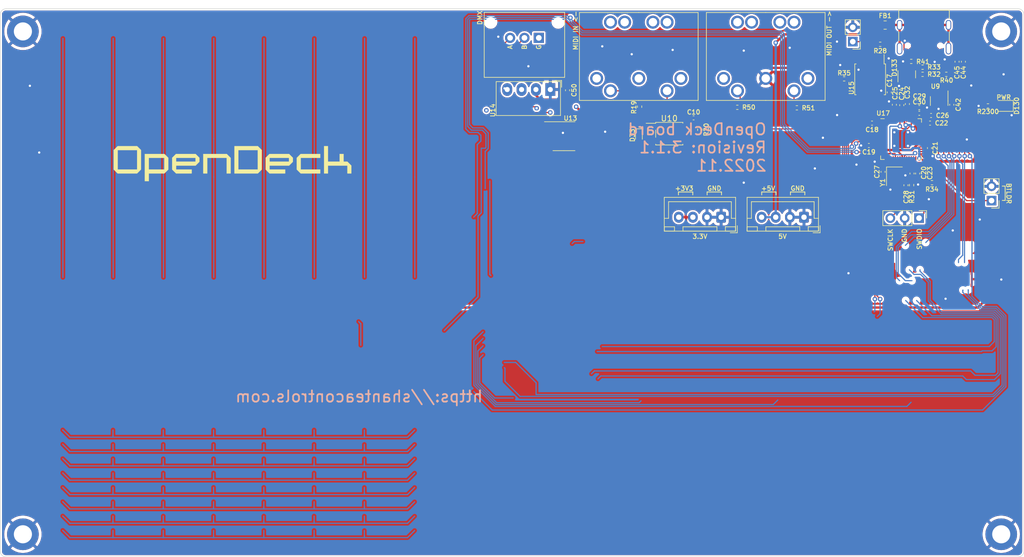
<source format=kicad_pcb>
(kicad_pcb (version 20211014) (generator pcbnew)
  (layers (0 "F.Cu" signal) (31 "B.Cu" signal) (34 "B.Paste" user) (35 "F.Paste" user) (36 "B.SilkS" user "B.Silkscreen") (37 "F.SilkS" user "F.Silkscreen") (38 "B.Mask" user) (39 "F.Mask" user) (44 "Edge.Cuts" user))
  (net 0 "")
  (net 1 "GND")
  (net 2 "+3V3")
  (net 3 "+5V")
  (net 9 "Net-(J1-Pad4)")
  (net 10 "Net-(J1-Pad5)")
  (net 11 "Net-(J2-Pad4)")
  (net 12 "Net-(D33-Pad1)")
  (net 13 "/MIDI_TX")
  (net 14 "/MIDI_RX")
  (net 15 "+3.3V-Switched")
  (net 16 "Net-(D130-Pad2)")
  (net 17 "Net-(D33-Pad2)")
  (net 22 "+1V1")
  (net 23 "Net-(C27-Pad1)")
  (net 24 "Net-(C28-Pad2)")
  (net 25 "/USB_DP")
  (net 26 "/USB_DM")
  (net 29 "/QSPI_CS")
  (net 30 "/~{USB_BOOT}")
  (net 31 "Net-(R31-Pad2)")
  (net 32 "Net-(R32-Pad2)")
  (net 33 "Net-(R33-Pad2)")
  (net 34 "/QSPI_IO1")
  (net 35 "/QSPI_IO2")
  (net 36 "/QSPI_IO0")
  (net 37 "/QSPI_CLK")
  (net 38 "/QSPI_IO3")
  (net 40 "/SWCLK")
  (net 41 "/SWD")
  (net 42 "Net-(J9-PadA5)")
  (net 43 "Net-(J9-PadB5)")
  (net 44 "Net-(FB1-Pad2)")
  (net 45 "/BTLDR")
  (net 46 "Net-(R34-Pad2)")
  (net 48 "Net-(U11-Pad3)")
  (net 49 "Net-(U11-Pad6)")
  (net 50 "/Analog/MUX_S0_5V")
  (net 51 "/Analog/MUX_S1_5V")
  (net 52 "/Analog/MUX_S3_5V")
  (net 53 "/Analog/MUX_S2_5V")
  (net 54 "/SPI1_CSn")
  (net 55 "/SPI1_SCK")
  (net 56 "/SPI1_RX")
  (net 57 "/SPI1_TX")
  (net 58 "/ETH_INTn")
  (net 59 "/ETH_RSTn")
  (net 60 "unconnected-(U17-Pad5)")
  (net 61 "/DMI_TX")
  (net 62 "unconnected-(U17-Pad7)")
  (net 64 "unconnected-(U17-Pad9)")
  (net 65 "/PSW_KILL")
  (net 66 "/PSW_INT")
  (net 67 "/SPI0_RX")
  (net 68 "/SPI0_CS0")
  (net 69 "/SPI0_SCK")
  (net 70 "/SPI0_TX")
  (net 71 "/SPI0_CS1")
  (net 72 "/SPI0_CS2")
  (net 73 "/SPI0_CS3")
  (net 74 "/SPI0_CS4")
  (net 75 "/SPI0_CS5")
  (net 76 "/CLOCK_SUB")
  (net 77 "unconnected-(U17-Pad38)")
  (net 78 "unconnected-(U17-Pad39)")
  (net 79 "unconnected-(U17-Pad40)")
  (footprint "igor_footprint_lib:RFM-0505" (layer "F.Cu") (at 178.262 40.286 -90)
    (fp_text reference "U14")
    (fp_text value "RFM-0505" hide)
  )
  (footprint "Capacitor_SMD:C_0402_1005Metric" (layer "F.Cu") (at 181.31 40.413 -90)
    (fp_text reference "C50")
    (fp_text value "10u")
  )
  (footprint "Capacitor_SMD:C_0402_1005Metric" (layer "F.Cu") (at 241.4016 42.8498 90)
    (fp_text reference "C32")
    (fp_text value "100n")
  )
  (footprint "LED_SMD:LED_0805_2012Metric" (layer "F.Cu") (at 258.445 43.18 180)
    (fp_text reference "D130")
    (fp_text value "Red")
  )
  (footprint "MountingHole:MountingHole_3.2mm_M3_DIN965_Pad" (layer "F.Cu") (at 258 30)
    (fp_text reference "H3" hide)
    (fp_text value "MountingHole_Pad" hide)
  )
  (footprint "Connector_PinHeader_2.54mm:PinHeader_1x02_P2.54mm_Vertical" (layer "F.Cu") (at 256.286 59.944 180)
    (fp_text reference "J5" hide)
    (fp_text value "Conn_01x02" hide)
  )
  (footprint "Capacitor_SMD:C_0402_1005Metric" (layer "F.Cu") (at 243.225 55.15 90)
    (fp_text reference "C23")
    (fp_text value "100n")
  )
  (footprint "Capacitor_SMD:C_0402_1005Metric" (layer "F.Cu") (at 235.1532 46.228 180)
    (fp_text reference "C18")
    (fp_text value "100n")
  )
  (footprint "Resistor_SMD:R_0402_1005Metric" (layer "F.Cu") (at 204.7 47.4 -90)
    (fp_text reference "R20")
    (fp_text value "4.7k")
  )
  (footprint "Connector_JST:JST_XH_B4B-XH-A_1x04_P2.50mm_Vertical" (layer "F.Cu") (at 223.123 62.882 180)
    (fp_text reference "J6" hide)
    (fp_text value "Conn_01x04" hide)
  )
  (footprint "igor_footprint_lib:DIN5" (layer "F.Cu") (at 208.908 38.313)
    (fp_text reference "J9" hide)
    (fp_text value "DIN-5" hide)
  )
  (footprint "Capacitor_SMD:C_0402_1005Metric" (layer "F.Cu") (at 250.19 35.3568 90)
    (fp_text reference "C45")
    (fp_text value "100n")
  )
  (footprint "Capacitor_SMD:C_0402_1005Metric" (layer "F.Cu") (at 238.2012 40.7924 90)
    (fp_text reference "C17")
    (fp_text value "100n")
  )
  (footprint "Capacitor_SMD:C_0402_1005Metric" (layer "F.Cu") (at 243.5098 44.4754)
    (fp_text reference "C30")
    (fp_text value "1u")
  )
  (footprint "Capacitor_SMD:C_0402_1005Metric" (layer "F.Cu") (at 249.25 42.975 -90)
    (fp_text reference "C42")
    (fp_text value "1u")
  )
  (footprint "Resistor_SMD:R_0402_1005Metric" (layer "F.Cu") (at 248.285 37.592)
    (fp_text reference "R40")
    (fp_text value "5.1k")
  )
  (footprint "Connector_PinHeader_2.54mm:PinHeader_1x03_P2.54mm_Vertical" (layer "F.Cu") (at 243.4694 63.0428 -90)
    (fp_text reference "J10" hide)
    (fp_text value "Conn_01x03")
  )
  (footprint "Capacitor_SMD:C_0402_1005Metric" (layer "F.Cu") (at 234.5944 50.1904 180)
    (fp_text reference "C19")
    (fp_text value "100n")
  )
  (footprint "Package_SO:SOIC-8_5.23x5.23mm_P1.27mm" (layer "F.Cu") (at 234.823 38.481 -90)
    (fp_text reference "U15")
    (fp_text value "W25Q128JVS")
  )
  (footprint "MountingHole:MountingHole_3.2mm_M3_DIN965_Pad" (layer "F.Cu") (at 258 119)
    (fp_text reference "H2" hide)
    (fp_text value "MountingHole_Pad" hide)
  )
  (footprint "Capacitor_SMD:C_0402_1005Metric" (layer "F.Cu") (at 243.5098 43.4848 180)
    (fp_text reference "C29")
    (fp_text value "1u")
  )
  (footprint "Crystal:Crystal_SMD_2520-4Pin_2.5x2.0mm" (layer "F.Cu") (at 239.1156 55.65 -90)
    (fp_text reference "Y1")
    (fp_text value "12MHz")
  )
  (footprint "Capacitor_SMD:C_0402_1005Metric" (layer "F.Cu") (at 245.3132 50.6476 -90)
    (fp_text reference "C21")
    (fp_text value "100n")
  )
  (footprint "Diode_SMD:D_SOD-523" (layer "F.Cu") (at 193.929 48.387 -90)
    (fp_text reference "D33")
    (fp_text value "1N4148WT")
  )
  (footprint "Resistor_SMD:R_0402_1005Metric" (layer "F.Cu") (at 242.15 57.2008 90)
    (fp_text reference "R31")
    (fp_text value "1k")
  )
  (footprint "Connector_JST:JST_XH_B4B-XH-A_1x04_P2.50mm_Vertical" (layer "F.Cu") (at 208.474 62.882 180)
    (fp_text reference "J7" hide)
    (fp_text value "Conn_01x04" hide)
  )
  (footprint "Resistor_SMD:R_0402_1005Metric" (layer "F.Cu") (at 221.862 43.52)
    (fp_text reference "R51")
    (fp_text value "10")
  )
  (footprint "Resistor_SMD:R_0402_1005Metric" (layer "F.Cu") (at 245.75 56.775 180)
    (fp_text reference "R34")
    (fp_text value "10k")
  )
  (footprint "Package_DFN_QFN:QFN-56-1EP_7x7mm_P0.4mm_EP3.2x3.2mm" (layer "F.Cu") (at 240.2925 49.057)
    (fp_text reference "U17")
    (fp_text value "RP2040")
  )
  (footprint "Capacitor_SMD:C_0402_1005Metric" (layer "F.Cu") (at 241.15 57.2262 -90)
    (fp_text reference "C28")
    (fp_text value "16p")
  )
  (footprint "Package_TO_SOT_SMD:SOT-143" (layer "F.Cu") (at 241.3 37.592 90)
    (fp_text reference "D133")
    (fp_text value "PRTR5V0U2X")
  )
  (footprint "Package_TO_SOT_SMD:SOT-23-5" (layer "F.Cu") (at 247.025 42.3164 -90)
    (fp_text reference "U9")
    (fp_text value "SPX3819M5")
  )
  (footprint "Capacitor_SMD:C_0402_1005Metric" (layer "F.Cu") (at 203.6 45.3 180)
    (fp_text reference "C10")
    (fp_text value "100n")
  )
  (footprint "Capacitor_SMD:C_0402_1005Metric" (layer "F.Cu") (at 240.411 43.053 90)
    (fp_text reference "C24")
    (fp_text value "100n")
  )
  (footprint "Capacitor_SMD:C_0402_1005Metric" (layer "F.Cu") (at 242.225 55.15 -90)
    (fp_text reference "C20")
    (fp_text value "100n")
  )
  (footprint "igor_footprint_lib:DIN5" (layer "F.Cu") (at 186.458 38.313)
    (fp_text reference "J2" hide)
    (fp_text value "DIN-5" hide)
  )
  (footprint "Capacitor_SMD:C_0402_1005Metric" (layer "F.Cu") (at 245.4148 46.228)
    (fp_text reference "C22")
    (fp_text value "100n")
  )
  (footprint "Resistor_SMD:R_0402_1005Metric" (layer "F.Cu") (at 244.094 36.322)
    (fp_text reference "R33")
    (fp_text value "27")
  )
  (footprint "Capacitor_SMD:C_0402_1005Metric" (layer "F.Cu") (at 245.5926 44.8818)
    (fp_text reference "C26")
    (fp_text value "100n")
  )
  (footprint "Resistor_SMD:R_0402_1005Metric" (layer "F.Cu") (at 255.651 43.18)
    (fp_text reference "R2300")
    (fp_text value "1k")
  )
  (footprint "Connector_PinHeader_2.54mm:PinHeader_1x02_P2.54mm_Vertical" (layer "F.Cu") (at 231.7496 31.8058 180)
    (fp_text reference "J11" hide)
    (fp_text value "Conn_01x02")
  )
  (footprint "Resistor_SMD:R_0402_1005Metric" (layer "F.Cu") (at 242.0874 35.306 180)
    (fp_text reference "R41")
    (fp_text value "5.1k")
  )
  (footprint "Capacitor_SMD:C_0402_1005Metric" (layer "F.Cu") (at 237.1 54.85 -90)
    (fp_text reference "C27")
    (fp_text value "16p")
  )
  (footprint "igor_footprint_lib:TRAPC3MX" (layer "F.Cu") (at 176.23 31.142 180)
    (fp_text reference "J12" hide)
    (fp_text value "XLR3" hide)
  )
  (footprint "MountingHole:MountingHole_3.2mm_M3_DIN965_Pad" (layer "F.Cu") (at 85 119)
    (fp_text reference "H1" hide)
    (fp_text value "MountingHole_Pad" hide)
  )
  (footprint "MountingHole:MountingHole_3.2mm_M3_DIN965_Pad" (layer "F.Cu") (at 85 30)
    (fp_text reference "H4" hide)
    (fp_text value "MountingHole_Pad" hide)
  )
  (footprint "Resistor_SMD:R_0402_1005Metric" (layer "F.Cu") (at 230.225 38.4)
    (fp_text reference "R35")
    (fp_text value "10k")
  )
  (footprint "Resistor_SMD:R_0402_1005Metric" (layer "F.Cu") (at 194.056 43.32 -90)
    (fp_text reference "R19")
    (fp_text value "220")
  )
  (footprint "Resistor_SMD:R_0402_1005Metric" (layer "F.Cu") (at 244.094 37.592)
    (fp_text reference "R32")
    (fp_text value "27")
  )
  (footprint "Capacitor_SMD:C_0402_1005Metric" (layer "F.Cu") (at 251.3076 35.3568 90)
    (fp_text reference "C44")
    (fp_text value "10u")
  )
  (footprint "Capacitor_SMD:C_0402_1005Metric" (layer "F.Cu") (at 239.1 42.975 -90)
    (fp_text reference "C25")
    (fp_text value "100n")
  )
  (footprint "Igor:TYPE-C-31-M-12" (layer "F.Cu") (at 244.348 28.8544 180)
    (fp_text reference "J8" hide)
    (fp_text value "TYPE-C-31-M-12")
  )
  (footprint "Resistor_SMD:R_0805_2012Metric" (layer "F.Cu") (at 237.475 28.875)
    (fp_text reference "FB1")
    (fp_text value "FerriteBead")
  )
  (footprint "Package_SO:SO-8_3.9x4.9mm_P1.27mm" (layer "F.Cu") (at 180.675 48.541)
    (fp_text reference "U13")
    (fp_text value "MAX485")
  )
  (footprint "Resistor_SMD:R_0402_1005Metric" (layer "F.Cu") (at 211.328 43.434 180)
    (fp_text reference "R50")
    (fp_text value "33")
  )
  (footprint "Resistor_SMD:R_0402_1005Metric" (layer "F.Cu") (at 236.6 32.275 180)
    (fp_text reference "R28")
    (fp_text value "1k")
  )
  (footprint "Package_SO:SO-5_4.4x3.6mm_P1.27mm" (layer "F.Cu") (at 199.3 48.1)
    (fp_text reference "U10")
    (fp_text value "TLP2362")
  )
  (gr_line (start 258.699 57.374) (end 258.699 59.914) (layer "F.SilkS") (width 0.15))
  (gr_line (start 205.994 58.42) (end 208.534 58.42) (layer "F.SilkS") (width 0.15))
  (gr_line (start 205.994 58.928) (end 205.994 58.42) (layer "F.SilkS") (width 0.15))
  (gr_line (start 258.191 57.374) (end 258.699 57.374) (layer "F.SilkS") (width 0.15))
  (gr_poly (pts (xy 127.235041 51) (xy 127.235041 54.439584) (xy 126.546261 55.1275) (xy 122.413523 55.1275) (xy 122.413523 54.439583) (xy 123.102357 54.439583) (xy 126.546261 54.439583) (xy 126.546261 51) (xy 123.102357 51) (xy 123.102357 54.439583) (xy 122.413523 54.439583) (xy 122.413523 50.312083) (xy 126.546261 50.312083)) (layer "F.SilkS") (width 0.04) (fill solid))
  (gr_line (start 208.534 58.42) (end 208.534 58.928) (layer "F.SilkS") (width 0.15))
  (gr_line (start 200.914 58.928) (end 200.914 58.42) (layer "F.SilkS") (width 0.15))
  (gr_line (start 220.726 58.928) (end 220.726 58.42) (layer "F.SilkS") (width 0.15))
  (gr_line (start 223.266 58.42) (end 223.266 58.928) (layer "F.SilkS") (width 0.15))
  (gr_line (start 258.699 59.914) (end 258.191 59.914) (layer "F.SilkS") (width 0.15))
  (gr_line (start 215.646 58.928) (end 215.646 58.42) (layer "F.SilkS") (width 0.15))
  (gr_poly (pts (xy 138.944364 53.06375) (xy 141.010761 53.06375) (xy 141.010761 51.687917) (xy 141.699488 51.687917) (xy 141.699488 53.06375) (xy 142.388322 53.06375) (xy 143.077052 53.751667) (xy 143.077052 55.1275) (xy 142.388322 55.1275) (xy 142.388322 53.751667) (xy 138.944367 53.751667) (xy 138.944367 55.1275) (xy 138.255585 55.1275) (xy 138.255585 50.312083) (xy 138.944364 50.312083)) (layer "F.SilkS") (width 0.04) (fill solid))
  (gr_poly (pts (xy 121.724741 52.375833) (xy 121.724741 55.1275) (xy 121.035963 55.1275) (xy 121.035963 52.375833) (xy 117.592059 52.375833) (xy 117.592059 55.1275) (xy 116.903278 55.1275) (xy 116.903278 51.687917) (xy 121.035963 51.687917)) (layer "F.SilkS") (width 0.04) (fill solid))
  (gr_line (start 215.646 58.42) (end 218.186 58.42) (layer "F.SilkS") (width 0.15))
  (gr_line (start 203.454 58.42) (end 203.454 58.928) (layer "F.SilkS") (width 0.15))
  (gr_poly (pts (xy 137.566804 52.375833) (xy 134.122901 52.375833) (xy 134.122901 54.439583) (xy 137.566804 54.439583) (xy 137.566804 55.1275) (xy 134.122901 55.1275) (xy 133.434122 54.439583) (xy 133.434122 52.375833) (xy 134.122901 51.687916) (xy 137.566804 51.687916)) (layer "F.SilkS") (width 0.04) (fill solid))
  (gr_poly (pts (xy 116.214448 52.375833) (xy 116.214448 53.06375) (xy 115.525718 53.751666) (xy 112.081762 53.751666) (xy 112.081762 54.439583) (xy 114.836886 54.439583) (xy 114.836886 55.1275) (xy 112.081762 55.1275) (xy 111.392981 54.439583) (xy 111.392981 53.06375) (xy 112.081762 53.06375) (xy 115.525718 53.06375) (xy 115.525718 52.375833) (xy 112.081762 52.375833) (xy 112.081762 53.06375) (xy 111.392981 53.06375) (xy 111.392981 52.375833) (xy 112.081762 51.687916) (xy 115.525718 51.687916)) (layer "F.SilkS") (width 0.04) (fill solid))
  (gr_line (start 220.726 58.42) (end 223.266 58.42) (layer "F.SilkS") (width 0.15))
  (gr_poly (pts (xy 105.882684 51) (xy 105.882684 54.439583) (xy 105.193956 55.1275) (xy 101.75 55.1275) (xy 101.061219 54.439583) (xy 101.75 54.439583) (xy 105.193956 54.439583) (xy 105.193956 51) (xy 101.75 51) (xy 101.75 54.439583) (xy 101.061219 54.439583) (xy 101.061219 51) (xy 101.75 50.312083) (xy 105.193956 50.312083)) (layer "F.SilkS") (width 0.04) (fill solid))
  (gr_line (start 218.186 58.42) (end 218.186 58.928) (layer "F.SilkS") (width 0.15))
  (gr_line (start 200.914 58.42) (end 203.454 58.42) (layer "F.SilkS") (width 0.15))
  (gr_poly (pts (xy 110.704201 52.375833) (xy 110.704201 54.439583) (xy 110.01542 55.1275) (xy 107.260298 55.1275) (xy 107.260298 56.503333) (xy 106.571517 56.503333) (xy 106.571517 54.439583) (xy 107.260298 54.439583) (xy 110.01542 54.439583) (xy 110.01542 52.375833) (xy 107.260298 52.375833) (xy 107.260298 54.439583) (xy 106.571517 54.439583) (xy 106.571517 51.687917) (xy 110.01542 51.687917)) (layer "F.SilkS") (width 0.04) (fill solid))
  (gr_poly (pts (xy 132.745286 52.375833) (xy 132.745286 53.06375) (xy 132.056559 53.751666) (xy 128.612605 53.751666) (xy 128.612605 54.439583) (xy 131.367725 54.439583) (xy 131.367725 55.1275) (xy 128.612605 55.1275) (xy 127.923823 54.439583) (xy 127.923823 53.06375) (xy 128.612605 53.06375) (xy 132.056559 53.06375) (xy 132.056559 52.375833) (xy 128.612605 52.375833) (xy 128.612605 53.06375) (xy 127.923823 53.06375) (xy 127.923823 52.375833) (xy 128.612605 51.687916) (xy 132.056559 51.687916)) (layer "F.SilkS") (width 0.04) (fill solid))
  (gr_arc (start 81 27) (mid 81.292893 26.292893) (end 82 26) (layer "Edge.Cuts") (width 0.1))
  (gr_arc (start 82 123) (mid 81.292893 122.707107) (end 81 122) (layer "Edge.Cuts") (width 0.1))
  (gr_line (start 261 26) (end 82 26) (layer "Edge.Cuts") (width 0.1))
  (gr_line (start 82 123) (end 261 123) (layer "Edge.Cuts") (width 0.1))
  (gr_arc (start 261 26) (mid 261.707107 26.292893) (end 262 27) (layer "Edge.Cuts") (width 0.1))
  (gr_line (start 262 122) (end 262 27) (layer "Edge.Cuts") (width 0.1))
  (gr_arc (start 262 122) (mid 261.707107 122.707107) (end 261 123) (layer "Edge.Cuts") (width 0.1))
  (gr_line (start 81 27) (end 81 122) (layer "Edge.Cuts") (width 0.1))
  (gr_text "https://shanteacontrols.com" (at 166.497 94.615) (layer "B.SilkS") (effects (font (size 2 2) (thickness 0.3)) (justify left mirror)))
  (gr_text "OpenDeck board\nRevision: 3.1.1\n2022.11" (at 216.662 50.546) (layer "B.SilkS") (effects (font (size 2 2) (thickness 0.3)) (justify left mirror)))
  (gr_text "G" (at 176.23 32.793 90) (layer "F.SilkS") (effects (font (size 0.8 0.8))))
  (gr_text "DMX" (at 165.816 27.586 90) (layer "F.SilkS") (effects (font (size 0.8 0.8))))
  (gr_text "GND" (at 240.8936 66.1416 90) (layer "F.SilkS") (effects (font (size 0.8 0.8))))
  (gr_text "MIDI IN <-" (at 182.753 29.845 90) (layer "F.SilkS") (effects (font (size 0.8 0.8))))
  (gr_text "BTLDR" (at 259.334 58.674 270) (layer "F.SilkS") (effects (font (size 0.8 0.8))))
  (gr_text "+5V" (at 216.789 57.785) (layer "F.SilkS") (effects (font (size 0.8 0.8))))
  (gr_text "SWCLK" (at 238.4044 66.9036 90) (layer "F.SilkS") (effects (font (size 0.8 0.8))))
  (gr_text "5V" (at 219.329 66.294) (layer "F.SilkS") (effects (font (size 0.8 0.8))))
  (gr_text "SWDIO" (at 243.5352 66.7512 90) (layer "F.SilkS") (effects (font (size 0.8 0.8))))
  (gr_text "+3V3" (at 201.93 57.785) (layer "F.SilkS") (effects (font (size 0.8 0.8))))
  (gr_text "PWR" (at 258.445 41.656) (layer "F.SilkS") (effects (font (size 0.8 0.8))))
  (gr_text "GND" (at 207.264 57.785) (layer "F.SilkS") (effects (font (size 0.8 0.8))))
  (gr_text "MIDI OUT ->" (at 227.584 30.353 90) (layer "F.SilkS") (effects (font (size 0.8 0.8))))
  (gr_text "3.3V\n" (at 204.724 66.294) (layer "F.SilkS") (effects (font (size 0.8 0.8))))
  (gr_text "A" (at 171.15 32.793 90) (layer "F.SilkS") (effects (font (size 0.8 0.8))))
  (gr_text "B" (at 173.69 32.793 90) (layer "F.SilkS") (effects (font (size 0.8 0.8))))
  (gr_text "GND" (at 221.996 57.785) (layer "F.SilkS") (effects (font (size 0.8 0.8))))
  (segment (start 169.88 43.334) (end 175.595 43.334) (width 0.2032) (layer "F.Cu") (net 0))
  (segment (start 168.483 36.349) (end 173.69 31.142) (width 0.2032) (layer "F.Cu") (net 0))
  (segment (start 168.991 33.301) (end 168.08028 34.21172) (width 0.2032) (layer "F.Cu") (net 0))
  (segment (start 168.483 41.937) (end 169.88 43.334) (width 0.2032) (layer "F.Cu") (net 0))
  (segment (start 170.326468 44.35) (end 178.262 44.35) (width 0.2032) (layer "F.Cu") (net 0))
  (segment (start 168.08028 42.103812) (end 170.326468 44.35) (width 0.2032) (layer "F.Cu") (net 0))
  (segment (start 175.595 43.334) (end 175.849 43.588) (width 0.2032) (layer "F.Cu") (net 0))
  (segment (start 168.483 36.349) (end 168.483 41.937) (width 0.2032) (layer "F.Cu") (net 0))
  (segment (start 183.25 43.75) (end 182.834 43.334) (width 0.4064) (layer "F.Cu") (net 0))
  (segment (start 168.08028 34.21172) (end 168.08028 42.103812) (width 0.2032) (layer "F.Cu") (net 0))
  (segment (start 168.991 33.301) (end 171.15 31.142) (width 0.2) (layer "F.Cu") (net 0))
  (via (at 166.959 43.969) (size 0.8) (drill 0.4) (layers "F.Cu" "B.Cu") (net 0))
  (via (at 178.262 44.35) (size 0.8) (drill 0.4) (layers "F.Cu" "B.Cu") (net 0))
  (via (at 175.849 43.588) (size 0.8) (drill 0.4) (layers "F.Cu" "B.Cu") (net 0))
  (via (at 182.834 43.334) (size 0.8) (drill 0.4) (layers "F.Cu" "B.Cu") (net 0))
  (segment (start 118.710596 100.545916) (end 118.710596 101.815916) (width 0.2032) (layer "B.Cu") (net 0))
  (segment (start 109.820596 106.895916) (end 118.710596 106.895916) (width 0.2032) (layer "B.Cu") (net 0))
  (segment (start 127.635 49.022) (end 127.635 31.242) (width 0.2032) (layer "B.Cu") (net 0))
  (segment (start 100.965 73.533) (end 100.965 55.753) (width 0.2032) (layer "B.Cu") (net 0))
  (segment (start 153.010596 117.055916) (end 154.265596 115.800916) (width 0.2032) (layer "B.Cu") (net 0))
  (segment (start 100.930596 108.165916) (end 100.930596 109.435916) (width 0.2032) (layer "B.Cu") (net 0))
  (segment (start 164.75 92.608947) (end 164.75 84.7796) (width 0.2032) (layer "B.Cu") (net 0))
  (segment (start 127.600596 104.355916) (end 136.490596 104.355916) (width 0.2032) (layer "B.Cu") (net 0))
  (segment (start 168.516053 96.375) (end 164.75 92.608947) (width 0.2032) (layer "B.Cu") (net 0))
  (segment (start 136.490596 100.545916) (end 136.490596 101.815916) (width 0.2032) (layer "B.Cu") (net 0))
  (segment (start 136.525 49.022) (end 136.525 31.242) (width 0.2032) (layer "B.Cu") (net 0))
  (segment (start 127.600596 113.245916) (end 127.600596 114.515916) (width 0.2032) (layer "B.Cu") (net 0))
  (segment (start 118.710596 109.435916) (end 127.600596 109.435916) (width 0.2032) (layer "B.Cu") (net 0))
  (segment (start 109.820596 100.545916) (end 109.820596 101.815916) (width 0.2032) (layer "B.Cu") (net 0))
  (segment (start 109.820596 115.785916) (end 109.820596 117.055916) (width 0.2032) (layer "B.Cu") (net 0))
  (segment (start 118.745 49.022) (end 118.745 31.242) (width 0.2032) (layer "B.Cu") (net 0))
  (segment (start 136.490596 104.355916) (end 145.380596 104.355916) (width 0.2032) (layer "B.Cu") (net 0))
  (segment (start 100.930596 103.085916) (end 100.930596 104.355916) (width 0.2032) (layer "B.Cu") (net 0))
  (segment (start 127.600596 101.815916) (end 136.490596 101.815916) (width 0.2032) (layer "B.Cu") (net 0))
  (segment (start 93.310596 117.040916) (end 93.310596 117.055916) (width 0.2032) (layer "B.Cu") (net 0))
  (segment (start 153.010596 111.975916) (end 154.265596 110.720916) (width 0.2032) (layer "B.Cu") (net 0))
  (segment (start 136.490596 105.625916) (end 136.490596 106.895916) (width 0.2032) (layer "B.Cu") (net 0))
  (segment (start 145.415 55.753) (end 145.415 49.022) (width 0.2032) (layer "B.Cu") (net 0))
  (segment (start 118.710596 101.815916) (end 127.600596 101.815916) (width 0.2032) (layer "B.Cu") (net 0))
  (segment (start 100.930596 106.895916) (end 109.820596 106.895916) (width 0.2032) (layer "B.Cu") (net 0))
  (segment (start 127.600596 110.705916) (end 127.600596 111.975916) (width 0.2032) (layer "B.Cu") (net 0))
  (segment (start 145.380596 109.435916) (end 153.010596 109.435916) (width 0.2032) (layer "B.Cu") (net 0))
  (segment (start 127.600596 106.895916) (end 136.490596 106.895916) (width 0.2032) (layer "B.Cu") (net 0))
  (segment (start 93.310596 109.435916) (end 100.930596 109.435916) (width 0.2032) (layer "B.Cu") (net 0))
  (segment (start 92.075 49.022) (end 92.075 31.242) (width 0.2032) (layer "B.Cu") (net 0))
  (segment (start 136.490596 101.815916) (end 145.380596 101.815916) (width 0.2032) (layer "B.Cu") (net 0))
  (segment (start 93.310596 114.500916) (end 93.310596 114.515916) (width 0.2032) (layer "B.Cu") (net 0))
  (segment (start 127.635 73.533) (end 127.635 55.753) (width 0.2032) (layer "B.Cu") (net 0))
  (segment (start 168.416974 94.875) (end 171.7 94.875) (width 0.2032) (layer "B.Cu") (net 0))
  (segment (start 109.820596 103.085916) (end 109.820596 104.355916) (width 0.2032) (layer "B.Cu") (net 0))
  (segment (start 153.010596 104.355916) (end 154.265596 103.100916) (width 0.2032) (layer "B.Cu") (net 0))
  (segment (start 92.040596 105.610916) (end 93.310596 106.880916) (width 0.2032) (layer "B.Cu") (net 0))
  (segment (start 165.7766 92.234626) (end 168.416974 94.875) (width 0.2032) (layer "B.Cu") (net 0))
  (segment (start 93.310596 109.420916) (end 93.310596 109.435916) (width 0.2032) (layer "B.Cu") (net 0))
  (segment (start 165.7766 87.817) (end 165.7766 92.234626) (width 0.2032) (layer "B.Cu") (net 0))
  (segment (start 182.499 67.183) (end 182.118 67.564) (width 0.2032) (layer "B.Cu") (net 0))
  (segment (start 92.075 55.753) (end 92.075 49.022) (width 0.2032) (layer "B.Cu") (net 0))
  (segment (start 217.6802 96.0448) (end 218.5 95.225) (width 0.2032) (layer "B.Cu") (net 0))
  (segment (start 154.305 49.022) (end 154.305 55.753) (width 0.2032) (layer "B.Cu") (net 0))
  (segment (start 118.710596 111.975916) (end 127.600596 111.975916) (width 0.2032) (layer "B.Cu") (net 0))
  (segment (start 92.040596 113.230916) (end 93.310596 114.500916) (width 0.2032) (layer "B.Cu") (net 0))
  (segment (start 100.930596 111.975916) (end 109.820596 111.975916) (width 0.2032) (layer "B.Cu") (net 0))
  (segment (start 136.490596 109.435916) (end 145.380596 109.435916) (width 0.2032) (layer "B.Cu") (net 0))
  (segment (start 164.75 84.7796) (end 166.37 83.1596) (width 0.2032) (layer "B.Cu") (net 0))
  (segment (start 109.855 73.533) (end 109.855 55.753) (width 0.2032) (layer "B.Cu") (net 0))
  (segment (start 145.380596 106.895916) (end 153.010596 106.895916) (width 0.2032) (layer "B.Cu") (net 0))
  (segment (start 93.310596 119.580916) (end 93.310596 119.595916) (width 0.2032) (layer "B.Cu") (net 0))
  (segment (start 109.820596 108.165916) (end 109.820596 109.435916) (width 0.2032) (layer "B.Cu") (net 0))
  (segment (start 92.040596 110.690916) (end 93.310596 111.960916) (width 0.2032) (layer "B.Cu") (net 0))
  (segment (start 109.820596 114.515916) (end 118.710596 114.515916) (width 0.2032) (layer "B.Cu") (net 0))
  (segment (start 145.380596 108.180916) (end 145.380596 109.435916) (width 0.2032) (layer "B.Cu") (net 0))
  (segment (start 92.040596 100.530916) (end 92.040596 100.545916) (width 0.2032) (layer "B.Cu") (net 0))
  (segment (start 92.040596 108.150916) (end 93.310596 109.420916) (width 0.2032) (layer "B.Cu") (net 0))
  (segment (start 100.965 49.022) (end 100.965 31.242) (width 0.2032) (layer "B.Cu") (net 0))
  (segment (start 100.930596 109.435916) (end 109.820596 109.435916) (width 0.2032) (layer "B.Cu") (net 0))
  (segment (start 153.010596 119.595916) (end 154.265596 118.340916) (width 0.2032) (layer "B.Cu") (net 0))
  (segment (start 93.310596 106.895916) (end 100.930596 106.895916) (width 0.2032) (layer "B.Cu") (net 0))
  (segment (start 109.820596 118.325916) (end 109.820596 119.595916) (width 0.2032) (layer "B.Cu") (net 0))
  (segment (start 118.710596 114.515916) (end 127.600596 114.515916) (width 0.2032) (layer "B.Cu") (net 0))
  (segment (start 145.380596 100.560916) (end 145.380596 101.815916) (width 0.2032) (layer "B.Cu") (net 0))
  (segment (start 109.820596 111.975916) (end 118.710596 111.975916) (width 0.2032) (layer "B.Cu") (net 0))
  (segment (start 127.600596 105.625916) (end 127.600596 106.895916) (width 0.2032) (layer "B.Cu") (net 0))
  (segment (start 100.930596 110.705916) (end 100.930596 111.975916) (width 0.2032) (layer "B.Cu") (net 0))
  (segment (start 145.415 73.533) (end 145.415 55.753) (width 0.2032) (layer "B.Cu") (net 0))
  (segment (start 127.600596 115.785916) (end 127.600596 117.055916) (width 0.2032) (layer "B.Cu") (net 0))
  (segment (start 92.040596 118.310916) (end 93.310596 119.580916) (width 0.2032) (layer "B.Cu") (net 0))
  (segment (start 109.820596 113.245916) (end 109.820596 114.515916) (width 0.2032) (layer "B.Cu") (net 0))
  (segment (start 127.600596 114.515916) (end 136.490596 114.515916) (width 0.2032) (layer "B.Cu") (net 0))
  (segment (start 136.490596 113.245916) (end 136.490596 114.515916) (width 0.2032) (layer "B.Cu") (net 0))
  (segment (start 153.010596 106.895916) (end 154.265596 105.640916) (width 0.2032) (layer "B.Cu") (net 0))
  (segment (start 118.710596 104.355916) (end 127.600596 104.355916) (width 0.2032) (layer "B.Cu") (net 0))
  (segment (start 92.075 73.533) (end 92.075 55.753) (width 0.2032) (layer "B.Cu") (net 0))
  (segment (start 168.652827 96.0448) (end 217.6802 96.0448) (width 0.2032) (layer "B.Cu") (net 0))
  (segment (start 118.710596 113.245916) (end 118.710596 114.515916) (width 0.2032) (layer "B.Cu") (net 0))
  (segment (start 145.415 49.022) (end 145.415 31.242) (width 0.2032) (layer "B.Cu") (net 0))
  (segment (start 145.380596 101.815916) (end 153.010596 101.815916) (width 0.2032) (layer "B.Cu") (net 0))
  (segment (start 92.040596 100.545916) (end 93.310596 101.815916) (width 0.2032) (layer "B.Cu") (net 0))
  (segment (start 100.930596 118.325916) (end 100.930596 119.595916) (width 0.2032) (layer "B.Cu") (net 0))
  (segment (start 127.600596 103.085916) (end 127.600596 104.355916) (width 0.2032) (layer "B.Cu") (net 0))
  (segment (start 145.380596 110.720916) (end 145.380596 111.975916) (width 0.2032) (layer "B.Cu") (net 0))
  (segment (start 165.1 85.598) (end 165.1 92.491973) (width 0.2032) (layer "B.Cu") (net 0))
  (segment (start 93.310596 119.595916) (end 100.930596 119.595916) (width 0.2032) (layer "B.Cu") (net 0))
  (segment (start 109.820596 105.625916) (end 109.820596 106.895916) (width 0.2032) (layer "B.Cu") (net 0))
  (segment (start 100.930596 113.245916) (end 100.930596 114.515916) (width 0.2032) (layer "B.Cu") (net 0))
  (segment (start 118.710596 117.055916) (end 127.600596 117.055916) (width 0.2032) (layer "B.Cu") (net 0))
  (segment (start 118.710596 110.705916) (end 118.710596 111.975916) (width 0.2032) (layer "B.Cu") (net 0))
  (segment (start 145.380596 115.800916) (end 145.380596 117.055916) (width 0.2032) (layer "B.Cu") (net 0))
  (segment (start 194.31 95.375) (end 193.9704 95.7146) (width 0.2032) (layer "B.Cu") (net 0))
  (segment (start 118.710596 115.785916) (end 118.710596 117.055916) (width 0.2032) (layer "B.Cu") (net 0))
  (segment (start 92.040596 115.770916) (end 93.310596 117.040916) (width 0.2032) (layer "B.Cu") (net 0))
  (segment (start 93.310596 117.055916) (end 100.930596 117.055916) (width 0.2032) (layer "B.Cu") (net 0))
  (segment (start 93.310596 104.340916) (end 93.310596 104.355916) (width 0.2032) (layer "B.Cu") (net 0))
  (segment (start 144.75 85.544916) (end 144.75 81.734916) (width 0.2032) (layer "B.Cu") (net 0))
  (segment (start 100.930596 117.055916) (end 109.820596 117.055916) (width 0.2032) (layer "B.Cu") (net 0))
  (segment (start 109.820596 109.435916) (end 118.710596 109.435916) (width 0.2032) (layer "B.Cu") (net 0))
  (segment (start 93.310596 106.880916) (end 93.310596 106.895916) (width 0.2032) (layer "B.Cu") (net 0))
  (segment (start 136.525 55.753) (end 136.525 49.022) (width 0.2032) (layer "B.Cu") (net 0))
  (segment (start 118.710596 103.085916) (end 118.710596 104.355916) (width 0.2032) (layer "B.Cu") (net 0))
  (segment (start 93.310596 111.975916) (end 100.930596 111.975916) (width 0.2032) (layer "B.Cu") (net 0))
  (segment (start 109.855 55.753) (end 109.855 49.022) (width 0.2032) (layer "B.Cu") (net 0))
  (segment (start 167.564253 73.010153) (end 167.767 73.2129) (width 0.2032) (layer "B.Cu") (net 0))
  (segment (start 118.745 73.533) (end 118.745 55.753) (width 0.2032) (layer "B.Cu") (net 0))
  (segment (start 136.490596 108.165916) (end 136.490596 109.435916) (width 0.2032) (layer "B.Cu") (net 0))
  (segment (start 109.820596 104.355916) (end 118.710596 104.355916) (width 0.2032) (layer "B.Cu") (net 0))
  (segment (start 100.930596 119.595916) (end 109.820596 119.595916) (width 0.2032) (layer "B.Cu") (net 0))
  (segment (start 118.710596 105.625916) (end 118.710596 106.895916) (width 0.2032) (layer "B.Cu") (net 0))
  (segment (start 109.820596 110.705916) (end 109.820596 111.975916) (width 0.2032) (layer "B.Cu") (net 0))
  (segment (start 241.318 96.375) (end 168.516053 96.375) (width 0.2032) (layer "B.Cu") (net 0))
  (segment (start 136.490596 103.085916) (end 136.490596 104.355916) (width 0.2032) (layer "B.Cu") (net 0))
  (segment (start 100.930596 114.515916) (end 109.820596 114.515916) (width 0.2032) (layer "B.Cu") (net 0))
  (segment (start 127.600596 100.545916) (end 127.600596 101.815916) (width 0.2032) (layer "B.Cu") (net 0))
  (segment (start 153.010596 101.815916) (end 154.265596 100.560916) (width 0.2032) (layer "B.Cu") (net 0))
  (segment (start 145.380596 117.055916) (end 153.010596 117.055916) (width 0.2032) (layer "B.Cu") (net 0))
  (segment (start 136.490596 114.515916) (end 145.380596 114.515916) (width 0.2032) (layer "B.Cu") (net 0))
  (segment (start 154.305 49.022) (end 154.305 31.242) (width 0.2032) (layer "B.Cu") (net 0))
  (segment (start 168.7896 95.7146) (end 165.4464 92.3714) (width 0.2032) (layer "B.Cu") (net 0))
  (segment (start 145.380596 118.340916) (end 145.380596 119.595916) (width 0.2032) (layer "B.Cu") (net 0))
  (segment (start 93.310596 111.960916) (end 93.310596 111.975916) (width 0.2032) (layer "B.Cu") (net 0))
  (segment (start 242.062 95.631) (end 241.318 96.375) (width 0.2032) (layer "B.Cu") (net 0))
  (segment (start 136.490596 106.895916) (end 145.380596 106.895916) (width 0.2032) (layer "B.Cu") (net 0))
  (segment (start 100.930596 104.355916) (end 109.820596 104.355916) (width 0.2032) (layer "B.Cu") (net 0))
  (segment (start 136.490596 110.705916) (end 136.490596 111.975916) (width 0.2032) (layer "B.Cu") (net 0))
  (segment (start 136.490596 119.595916) (end 145.380596 119.595916) (width 0.2032) (layer "B.Cu") (net 0))
  (segment (start 145.380596 104.355916) (end 153.010596 104.355916) (width 0.2032) (layer "B.Cu") (net 0))
  (segment (start 127.635 55.753) (end 127.635 49.022) (width 0.2032) (layer "B.Cu") (net 0))
  (segment (start 118.710596 106.895916) (end 127.600596 106.895916) (width 0.2032) (layer "B.Cu") (net 0))
  (segment (start 144.75 81.734916) (end 144.369 81.353916) (width 0.2032) (layer "B.Cu") (net 0))
  (segment (start 127.600596 118.325916) (end 127.600596 119.595916) (width 0.2032) (layer "B.Cu") (net 0))
  (segment (start 109.820596 117.055916) (end 118.710596 117.055916) (width 0.2032) (layer "B.Cu") (net 0))
  (segment (start 166.37 87.2236) (end 165.7766 87.817) (width 0.2032) (layer "B.Cu") (net 0))
  (segment (start 154.305 73.533) (end 154.305 55.753) (width 0.2032) (layer "B.Cu") (net 0))
  (segment (start 136.490596 117.055916) (end 145.380596 117.055916) (width 0.2032) (layer "B.Cu") (net 0))
  (segment (start 153.010596 114.515916) (end 154.265596 113.260916) (width 0.2032) (layer "B.Cu") (net 0))
  (segment (start 118.710596 118.325916) (end 118.710596 119.595916) (width 0.2032) (layer "B.Cu") (net 0))
  (segment (start 136.490596 115.785916) (end 136.490596 117.055916) (width 0.2032) (layer "B.Cu") (net 0))
  (segment (start 118.745 55.753) (end 118.745 49.022) (width 0.2032) (layer "B.Cu") (net 0))
  (segment (start 92.040596 103.070916) (end 93.310596 104.340916) (width 0.2032) (layer "B.Cu") (net 0))
  (segment (start 153.010596 109.435916) (end 154.265596 108.180916) (width 0.2032) (layer "B.Cu") (net 0))
  (segment (start 100.930596 105.625916) (end 100.930596 106.895916) (width 0.2032) (layer "B.Cu") (net 0))
  (segment (start 166.37 84.328) (end 165.1 85.598) (width 0.2032) (layer "B.Cu") (net 0))
  (segment (start 145.380596 105.640916) (end 145.380596 106.895916) (width 0.2032) (layer "B.Cu") (net 0))
  (segment (start 100.965 55.753) (end 100.965 49.022) (width 0.2032) (layer "B.Cu") (net 0))
  (segment (start 118.710596 108.165916) (end 118.710596 109.435916) (width 0.2032) (layer "B.Cu") (net 0))
  (segment (start 127.600596 111.975916) (end 136.490596 111.975916) (width 0.2032) (layer "B.Cu") (net 0))
  (segment (start 127.600596 119.595916) (end 136.490596 119.595916) (width 0.2032) (layer "B.Cu") (net 0))
  (segment (start 145.380596 119.595916) (end 153.010596 119.595916) (width 0.2032) (layer "B.Cu") (net 0))
  (segment (start 145.380596 111.975916) (end 153.010596 111.975916) (width 0.2032) (layer "B.Cu") (net 0))
  (segment (start 93.310596 104.355916) (end 100.930596 104.355916) (width 0.2032) (layer "B.Cu") (net 0))
  (segment (start 136.525 73.533) (end 136.525 55.753) (width 0.2032) (layer "B.Cu") (net 0))
  (segment (start 93.310596 101.815916) (end 118.710596 101.815916) (width 0.2032) (layer "B.Cu") (net 0))
  (segment (start 118.710596 119.595916) (end 127.600596 119.595916) (width 0.2032) (layer "B.Cu") (net 0))
  (segment (start 165.4464 92.3714) (end 165.4464 86.5724) (width 0.2032) (layer "B.Cu") (net 0))
  (segment (start 93.310596 114.515916) (end 100.930596 114.515916) (width 0.2032) (layer "B.Cu") (net 0))
  (segment (start 184.023 67.183) (end 182.499 67.183) (width 0.2032) (layer "B.Cu") (net 0))
  (segment (start 145.380596 113.260916) (end 145.380596 114.515916) (width 0.2032) (layer "B.Cu") (net 0))
  (segment (start 109.820596 119.595916) (end 118.710596 119.595916) (width 0.2032) (layer "B.Cu") (net 0))
  (segment (start 100.930596 100.545916) (end 100.930596 101.815916) (width 0.2032) (layer "B.Cu") (net 0))
  (segment (start 145.380596 103.100916) (end 145.380596 104.355916) (width 0.2032) (layer "B.Cu") (net 0))
  (segment (start 127.600596 108.165916) (end 127.600596 109.435916) (width 0.2032) (layer "B.Cu") (net 0))
  (segment (start 127.600596 109.435916) (end 136.490596 109.435916) (width 0.2032) (layer "B.Cu") (net 0))
  (segment (start 127.600596 117.055916) (end 136.490596 117.055916) (width 0.2032) (layer "B.Cu") (net 0))
  (segment (start 109.855 49.022) (end 109.855 31.242) (width 0.2032) (layer "B.Cu") (net 0))
  (segment (start 136.490596 118.325916) (end 136.490596 119.595916) (width 0.2032) (layer "B.Cu") (net 0))
  (segment (start 165.4464 86.5724) (end 166.37 85.6488) (width 0.2032) (layer "B.Cu") (net 0))
  (segment (start 165.1 92.491973) (end 168.652827 96.0448) (width 0.2032) (layer "B.Cu") (net 0))
  (segment (start 145.380596 114.515916) (end 153.010596 114.515916) (width 0.2032) (layer "B.Cu") (net 0))
  (segment (start 167.564253 56.463747) (end 167.564253 73.010153) (width 0.2032) (layer "B.Cu") (net 0))
  (segment (start 100.930596 115.785916) (end 100.930596 117.055916) (width 0.2032) (layer "B.Cu") (net 0))
  (segment (start 136.490596 111.975916) (end 145.380596 111.975916) (width 0.2032) (layer "B.Cu") (net 0))
  (segment (start 193.9704 95.7146) (end 168.7896 95.7146) (width 0.2032) (layer "B.Cu") (net 0))
  (segment (start 236.2995 53.05) (end 237.7245 51.625) (width 0.2032) (layer "F.Cu") (net 1))
  (segment (start 243.3 57.1) (end 243.225 57.025) (width 0.2032) (layer "F.Cu") (net 1))
  (segment (start 240.344551 54.775) (end 241.0469 55.477349) (width 0.2032) (layer "F.Cu") (net 1))
  (segment (start 243.225 57.025) (end 243.225 55.63) (width 0.2032) (layer "F.Cu") (net 1))
  (segment (start 239.2925 51.7425) (end 239.2925 52.4945) (width 0.2032) (layer "F.Cu") (net 1))
  (segment (start 240.9444 31.6484) (end 240.802399 31.790401) (width 0.2032) (layer "F.Cu") (net 1))
  (segment (start 240.802399 33.258799) (end 241.148 33.6044) (width 0.2032) (layer "F.Cu") (net 1))
  (segment (start 245.3132 51.1276) (end 245.3132 51.5332) (width 0.4064) (layer "F.Cu") (net 1))
  (segment (start 235.625 53.05) (end 236.2995 53.05) (width 0.2032) (layer "F.Cu") (net 1))
  (segment (start 241.15 55.580449) (end 241.0469 55.477349) (width 0.2032) (layer "F.Cu") (net 1))
  (segment (start 245.3132 51.5332) (end 245.85 52.07) (width 0.4064) (layer "F.Cu") (net 1))
  (segment (start 242.225 55.63) (end 243.225 55.63) (width 0.2032) (layer "F.Cu") (net 1))
  (segment (start 241.15 56.7462) (end 241.15 55.580449) (width 0.2032) (layer "F.Cu") (net 1))
  (segment (start 240.802399 31.790401) (end 240.802399 33.258799) (width 0.2032) (layer "F.Cu") (net 1))
  (segment (start 239.175 51.625) (end 239.2925 51.7425) (width 0.2032) (layer "F.Cu") (net 1))
  (segment (start 237.7245 51.625) (end 239.175 51.625) (width 0.2032) (layer "F.Cu") (net 1))
  (segment (start 239.8156 54.775) (end 240.344551 54.775) (width 0.2032) (layer "F.Cu") (net 1))
  (via (at 240.9444 31.6484) (size 0.8) (drill 0.4) (layers "F.Cu" "B.Cu") (net 1))
  (via (at 192.659 34.036) (size 0.8) (drill 0.4) (layers "F.Cu" "B.Cu") (net 1))
  (via (at 245.85 52.07) (size 0.8) (drill 0.4) (layers "F.Cu" "B.Cu") (net 1))
  (via (at 241.5 50.25) (size 0.8) (drill 0.4) (layers "F.Cu" "B.Cu") (net 1))
  (via (at 228.975 44.8) (size 0.8) (drill 0.4) (layers "F.Cu" "B.Cu") (net 1))
  (via (at 87.884 51.435) (size 0.8) (drill 0.4) (layers "F.Cu" "B.Cu") (net 1))
  (via (at 238.1504 42.3926) (size 0.8) (drill 0.4) (layers "F.Cu" "B.Cu") (net 1))
  (via (at 246.9134 43.7134) (size 0.8) (drill 0.4) (layers "F.Cu" "B.Cu") (net 1))
  (via (at 251.9172 49.1236) (size 0.8) (drill 0.4) (layers "F.Cu" "B.Cu") (net 1))
  (via (at 254 43.18) (size 0.8) (drill 0.4) (layers "F.Cu" "B.Cu") (net 1))
  (via (at 225.044 54.2544) (size 0.8) (drill 0.4) (layers "F.Cu" "B.Cu") (net 1))
  (via (at 248.0056 34.9504) (size 0.8) (drill 0.4) (layers "F.Cu" "B.Cu") (net 1))
  (via (at 236.7788 40.4876) (size 0.8) (drill 0.4) (layers "F.Cu" "B.Cu") (net 1))
  (via (at 180.4924 47.9552) (size 0.8) (drill 0.4) (layers "F.Cu" "B.Cu") (net 1))
  (via (at 233.2228 50.1904) (size 0.8) (drill 0.4) (layers "F.Cu" "B.Cu") (net 1))
  (via (at 239.925 39.65) (size 0.8) (drill 0.4) (layers "F.Cu" "B.Cu") (net 1))
  (via (at 187.452 32.639) (size 0.8) (drill 0.4) (layers "F.Cu" "B.Cu") (net 1))
  (via (at 220.599 32.893) (size 0.8) (drill 0.4) (layers "F.Cu" "B.Cu") (net 1))
  (via (at 226.4664 48.8188) (size 0.8) (drill 0.4) (layers "F.Cu" "B.Cu") (net 1))
  (via (at 238.4 58) (size 0.8) (drill 0.4) (layers "F.Cu" "B.Cu") (net 1))
  (via (at 241.0469 55.477349) (size 0.8) (drill 0.4) (layers "F.Cu" "B.Cu") (net 1))
  (via (at 258.4196 37.592) (size 0.8) (drill 0.4) (layers "F.Cu" "B.Cu") (net 1))
  (via (at 199.898 33.274) (size 0.8) (drill 0.4) (layers "F.Cu" "B.Cu") (net 1))
  (via (at 245.2 59.7) (size 0.8) (drill 0.4) (layers "F.Cu" "B.Cu") (net 1))
  (via (at 232.4 53.575) (size 0.8) (drill 0.4) (layers "F.Cu" "B.Cu") (net 1))
  (via (at 241.5 47.85) (size 0.8) (drill 0.4) (layers "F.Cu" "B.Cu") (net 1))
  (via (at 240.6396 35.306) (size 0.8) (drill 0.4) (layers "F.Cu" "B.Cu") (net 1))
  (via (at 243.3 57.1) (size 0.8) (drill 0.4) (layers "F.Cu" "B.Cu") (net 1))
  (via (at 212.471 56.769) (size 0.8) (drill 0.4) (layers "F.Cu" "B.Cu") (net 1))
  (via (at 239.1 50.25) (size 0.8) (drill 0.4) (layers "F.Cu" "B.Cu") (net 1))
  (via (at 228.9556 31.8008) (size 0.8) (drill 0.4) (layers "F.Cu" "B.Cu") (net 1))
  (via (at 238.0996 34.7726) (size 0.8) (drill 0.4) (layers "F.Cu" "B.Cu") (net 1))
  (via (at 169.0624 30.9372) (size 0.8) (drill 0.4) (layers "F.Cu" "B.Cu") (net 1))
  (via (at 252.7 39.575) (size 0.8) (drill 0.4) (layers "F.Cu" "B.Cu") (net 1))
  (via (at 174.387918 36.164371) (size 0.8) (drill 0.4) (layers "F.Cu" "B.Cu") (net 1))
  (via (at 230.9876 72.7964) (size 0.8) (drill 0.4) (layers "F.Cu" "B.Cu") (net 1))
  (via (at 212.471 33.401) (size 0.8) (drill 0.4) (layers "F.Cu" "B.Cu") (net 1))
  (via (at 246.2276 35.3822) (size 0.8) (drill 0.4) (layers "F.Cu" "B.Cu") (net 1))
  (via (at 244.875 43.475) (size 0.8) (drill 0.4) (layers "F.Cu" "B.Cu") (net 1))
  (via (at 229.525 35.95) (size 0.8) (drill 0.4) (layers "F.Cu" "B.Cu") (net 1))
  (via (at 232.7656 36.7792) (size 0.8) (drill 0.4) (layers "F.Cu" "B.Cu") (net 1))
  (via (at 235.625 53.05) (size 0.8) (drill 0.4) (layers "F.Cu" "B.Cu") (net 1))
  (via (at 170.18 40.0812) (size 0.8) (drill 0.4) (layers "F.Cu" "B.Cu") (net 1))
  (via (at 258.0132 73.914) (size 0.8) (drill 0.4) (layers "F.Cu" "B.Cu") (net 1))
  (via (at 249.428 65.2272) (size 0.8) (drill 0.4) (layers "F.Cu" "B.Cu") (net 1))
  (via (at 187.96 47.752) (size 0.8) (drill 0.4) (layers "F.Cu" "B.Cu") (net 1))
  (via (at 259.842 44.831) (size 0.8) (drill 0.4) (layers "F.Cu" "B.Cu") (net 1))
  (via (at 239.1 47.85) (size 0.8) (drill 0.4) (layers "F.Cu" "B.Cu") (net 1))
  (via (at 248.158 77.3176) (size 0.8) (drill 0.4) (layers "F.Cu" "B.Cu") (net 1))
  (via (at 254.2032 63.2968) (size 0.8) (drill 0.4) (layers "F.Cu" "B.Cu") (net 1))
  (via (at 86.233 39.624) (size 0.8) (drill 0.4) (layers "F.Cu" "B.Cu") (net 1))
  (segment (start 247.6754 35.7378) (end 246.748 34.8104) (width 0.4064) (layer "F.Cu") (net 3))
  (segment (start 247.975 42.23) (end 247.975 41.1789) (width 0.4064) (layer "F.Cu") (net 3))
  (segment (start 249.314037 35.7378) (end 247.6754 35.7378) (width 0.4064) (layer "F.Cu") (net 3))
  (segment (start 181.183 41.188) (end 181.31 41.188) (width 0.4064) (layer "F.Cu") (net 3))
  (segment (start 241.948 34.3348) (end 241.7134 34.5694) (width 0.4064) (layer "F.Cu") (net 3))
  (segment (start 255.141 41.0738) (end 255.141 36.917237) (width 0.4064) (layer "F.Cu") (net 3))
  (segment (start 258.7345 64.58725) (end 258.43128 64.89047) (width 0.4064) (layer "F.Cu") (net 3))
  (segment (start 180.307 42.064) (end 181.183 41.188) (width 0.4064) (layer "F.Cu") (net 3))
  (segment (start 246.179598 32.475) (end 246.748 33.043402) (width 0.3048) (layer "F.Cu") (net 3))
  (segment (start 242.367201 32.373) (end 242.215201 32.525) (width 0.4064) (layer "F.Cu") (net 3))
  (segment (start 256.799 64.68875) (end 257.00072 64.89047) (width 0.4064) (layer "F.Cu") (net 3))
  (segment (start 242.2 32.791402) (end 242.2 32.525) (width 0.3048) (layer "F.Cu") (net 3))
  (segment (start 175.722 41.302) (end 176.484 42.064) (width 0.4064) (layer "F.Cu") (net 3))
  (segment (start 238.887 31.337) (end 238.887 34.5694) (width 0.4064) (layer "F.Cu") (net 3))
  (segment (start 246.075 42.0776) (end 246.3138 42.3164) (width 0.4064) (layer "F.Cu") (net 3))
  (segment (start 246.075 41.1789) (end 246.075 42.0776) (width 0.4064) (layer "F.Cu") (net 3))
  (segment (start 243.776858 32.373) (end 242.367201 32.373) (width 0.4064) (layer "F.Cu") (net 3))
  (segment (start 246.748 34.8104) (end 246.748 33.6044) (width 0.4064) (layer "F.Cu") (net 3))
  (segment (start 258.43128 64.89047) (end 258.699 64.62275) (width 0.4064) (layer "F.Cu") (net 3))
  (segment (start 257.00072 64.89047) (end 258.43128 64.89047) (width 0.4064) (layer "F.Cu") (net 3))
  (segment (start 258.699 64.62275) (end 258.699 63.82525) (width 0.4064) (layer "F.Cu") (net 3))
  (segment (start 246.175 32.475) (end 246.179598 32.475) (width 0.3048) (layer "F.Cu") (net 3))
  (segment (start 241.948 33.6044) (end 241.948 33.043402) (width 0.3048) (layer "F.Cu") (net 3))
  (segment (start 250.19 34.8768) (end 250.175037 34.8768) (width 0.4064) (layer "F.Cu") (net 3))
  (segment (start 246.074 32.374) (end 243.777858 32.374) (width 0.4064) (layer "F.Cu") (net 3))
  (segment (start 241.7134 34.5694) (end 238.887 34.5694) (width 0.4064) (layer "F.Cu") (net 3))
  (segment (start 241.681 78.867) (end 253.873 78.867) (width 0.4064) (layer "F.Cu") (net 3))
  (segment (start 218.123 31.9918) (end 219.5898 30.525) (width 0.4064) (layer "F.Cu") (net 3))
  (segment (start 243.777858 32.374) (end 243.776858 32.373) (width 0.4064) (layer "F.Cu") (net 3))
  (segment (start 246.748 33.043402) (end 246.748 33.6044) (width 0.3048) (layer "F.Cu") (net 3))
  (segment (start 251.3076 34.8768) (end 250.19 34.8768) (width 0.4064) (layer "F.Cu") (net 3))
  (segment (start 246.175 32.475) (end 246.074 32.374) (width 0.4064) (layer "F.Cu") (net 3))
  (segment (start 253.100563 34.8768) (end 255.141 36.917237) (width 0.4064) (layer "F.Cu") (net 3))
  (segment (start 255.0359 41.1789) (end 255.141 41.0738) (width 0.4064) (layer "F.Cu") (net 3))
  (segment (start 158.115 78.867) (end 241.681 78.867) (width 0.4064) (layer "F.Cu") (net 3))
  (segment (start 258.893088 41.1789) (end 260.9088 43.194612) (width 0.4064) (layer "F.Cu") (net 3))
  (segment (start 238.887 35.129) (end 240.35 36.592) (width 0.4064) (layer "F.Cu") (net 3))
  (segment (start 175.722 40.286) (end 175.722 41.302) (width 0.4064) (layer "F.Cu") (net 3))
  (segment (start 176.484 42.064) (end 180.307 42.064) (width 0.4064) (layer "F.Cu") (net 3))
  (segment (start 241.948 33.6044) (end 241.948 34.3348) (width 0.4064) (layer "F.Cu") (net 3))
  (segment (start 255.524 69.9008) (end 255.524 65.19965) (width 0.4064) (layer "F.Cu") (net 3))
  (segment (start 238.075 30.525) (end 238.887 31.337) (width 0.4064) (layer "F.Cu") (net 3))
  (segment (start 255.83318 64.89047) (end 257.00072 64.89047) (width 0.4064) (layer "F.Cu") (net 3))
  (segment (start 238.887 34.5694) (end 238.887 35.129) (width 0.4064) (layer "F.Cu") (net 3))
  (segment (start 219.5898 30.525) (end 238.075 30.525) (width 0.4064) (layer "F.Cu") (net 3))
  (segment (start 255.141 43.18) (end 255.141 41.0738) (width 0.4064) (layer "F.Cu") (net 3))
  (segment (start 241.6556 78.8924) (end 241.681 78.867) (width 0.4064) (layer "F.Cu") (net 3))
  (segment (start 251.3076 34.8768) (end 253.100563 34.8768) (width 0.4064) (layer "F.Cu") (net 3))
  (segment (start 250.175037 34.8768) (end 249.314037 35.7378) (width 0.4064) (layer "F.Cu") (net 3))
  (segment (start 247.975 41.1789) (end 255.0359 41.1789) (width 0.4064) (layer "F.Cu") (net 3))
  (segment (start 255.524 65.19965) (end 255.83318 64.89047) (width 0.4064) (layer "F.Cu") (net 3))
  (segment (start 260.9088 43.194612) (end 260.9088 61.61545) (width 0.4064) (layer "F.Cu") (net 3))
  (segment (start 241.948 33.043402) (end 242.2 32.791402) (width 0.3048) (layer "F.Cu") (net 3))
  (segment (start 246.3138 42.3164) (end 247.8886 42.3164) (width 0.4064) (layer "F.Cu") (net 3))
  (segment (start 247.8886 42.3164) (end 247.975 42.23) (width 0.4064) (layer "F.Cu") (net 3))
  (segment (start 253.873 78.867) (end 255.524 77.216) (width 0.4064) (layer "F.Cu") (net 3))
  (segment (start 255.0359 41.1789) (end 258.893088 41.1789) (width 0.4064) (layer "F.Cu") (net 3))
  (segment (start 255.524 77.216) (end 255.524 69.9008) (width 0.4064) (layer "F.Cu") (net 3))
  (segment (start 260.9088 61.61545) (end 258.699 63.82525) (width 0.4064) (layer "F.Cu") (net 3))
  (via (at 218.123 31.9918) (size 0.8) (drill 0.4) (layers "F.Cu" "B.Cu") (net 3))
  (segment (start 215.623 62.882) (end 218.123 62.882) (width 0.4064) (layer "B.Cu") (net 3))
  (segment (start 218.123 31.9918) (end 218.123 62.882) (width 0.4064) (layer "B.Cu") (net 3))
  (segment (start 211.838 42.547) (end 211.836 42.545) (width 0.2032) (layer "F.Cu") (net 9))
  (segment (start 211.836 42.545) (end 211.836 40.991) (width 0.2032) (layer "F.Cu") (net 9))
  (segment (start 211.838 43.434) (end 211.838 42.547) (width 0.2032) (layer "F.Cu") (net 9))
  (segment (start 211.836 40.991) (end 211.358 40.513) (width 0.2032) (layer "F.Cu") (net 9))
  (segment (start 221.352 43.52) (end 221.358 43.514) (width 0.2032) (layer "F.Cu") (net 10))
  (segment (start 221.358 43.514) (end 221.358 40.513) (width 0.2032) (layer "F.Cu") (net 10))
  (segment (start 188.908 40.513) (end 191.759 40.513) (width 0.2032) (layer "F.Cu") (net 11))
  (segment (start 194.056 42.81) (end 191.759 40.513) (width 0.2032) (layer "F.Cu") (net 11))
  (segment (start 194.134 47.687) (end 194.945 46.876) (width 0.2032) (layer "F.Cu") (net 12))
  (segment (start 194.945 46.876) (end 196.662 46.876) (width 0.2032) (layer "F.Cu") (net 12))
  (segment (start 194.056 45.987) (end 194.945 46.876) (width 0.2032) (layer "F.Cu") (net 12))
  (segment (start 193.929 47.687) (end 194.134 47.687) (width 0.2032) (layer "F.Cu") (net 12))
  (segment (start 194.056 43.83) (end 194.056 45.987) (width 0.2032) (layer "F.Cu") (net 12))
  (segment (start 225.709 46.857) (end 222.372 43.52) (width 0.2032) (layer "F.Cu") (net 13))
  (segment (start 236.855 46.857) (end 225.709 46.857) (width 0.2032) (layer "F.Cu") (net 13))
  (segment (start 204.51 48.1) (end 202.45 48.1) (width 0.2032) (layer "F.Cu") (net 14))
  (segment (start 210.042 47.91) (end 204.7 47.91) (width 0.2032) (layer "F.Cu") (net 14))
  (segment (start 204.7 47.91) (end 204.51 48.1) (width 0.2032) (layer "F.Cu") (net 14))
  (segment (start 236.855 47.257) (end 210.695 47.257) (width 0.2032) (layer "F.Cu") (net 14))
  (segment (start 210.695 47.257) (end 210.042 47.91) (width 0.2032) (layer "F.Cu") (net 14))
  (segment (start 202.201 55.301) (end 201 54.1) (width 0.4064) (layer "F.Cu") (net 15))
  (segment (start 243.73 50.057) (end 245.2026 50.057) (width 0.3048) (layer "F.Cu") (net 15))
  (segment (start 228.0555 38.4445) (end 230.886 41.275) (width 0.4064) (layer "F.Cu") (net 15))
  (segment (start 235.1016 45.5) (end 235.6332 46.0316) (width 0.4064) (layer "F.Cu") (net 15))
  (segment (start 242.4925 45.0127) (end 243.0298 44.4754) (width 0.3048) (layer "F.Cu") (net 15))
  (segment (start 206.182 44.336) (end 204.116 44.336) (width 0.4064) (layer "F.Cu") (net 15))
  (segment (start 205.994 36.449) (end 226.06 36.449) (width 0.4064) (layer "F.Cu") (net 15))
  (segment (start 243.511732 52.45) (end 243.519 52.457268) (width 0.3048) (layer "F.Cu") (net 15))
  (segment (start 240.4925 53.2925) (end 240.4925 53.2675) (width 0.254) (layer "F.Cu") (net 15))
  (segment (start 244.376 45.6184) (end 242.8936 45.6184) (width 0.4064) (layer "F.Cu") (net 15))
  (segment (start 228.1 38.4) (end 228.0555 38.4445) (width 0.4064) (layer "F.Cu") (net 15))
  (segment (start 206.83 43.688) (end 206.182 44.336) (width 0.4064) (layer "F.Cu") (net 15))
  (segment (start 226.06 36.449) (end 228.0555 38.4445) (width 0.4064) (layer "F.Cu") (net 15))
  (segment (start 245.275 45.55) (end 247.904 45.55) (width 0.4064) (layer "F.Cu") (net 15))
  (segment (start 243.0816 50.057) (end 243.0131 49.9885) (width 0.3048) (layer "F.Cu") (net 15))
  (segment (start 237.8622 50.9872) (end 242.224616 50.9872) (width 0.4064) (layer "F.Cu") (net 15))
  (segment (start 236.855 50.057) (end 235.2078 50.057) (width 0.3048) (layer "F.Cu") (net 15))
  (segment (start 202.201 62.882) (end 203.474 62.882) (width 0.4064) (layer "F.Cu") (net 15))
  (segment (start 243.73 46.457) (end 243.103 46.457) (width 0.3048) (layer "F.Cu") (net 15))
  (segment (start 240.4925 45.6195) (end 240.8925 45.6195) (width 0.3048) (layer "F.Cu") (net 15))
  (segment (start 208.534 43.688) (end 206.83 43.688) (width 0.4064) (layer "F.Cu") (net 15))
  (segment (start 204.109 44.343) (end 204.109 38.334) (width 0.4064) (layer "F.Cu") (net 15))
  (segment (start 240.4925 53.2675) (end 240.4925 52.4945) (width 0.3048) (layer "F.Cu") (net 15))
  (segment (start 244.9348 46.228) (end 244.9348 45.8902) (width 0.4064) (layer "F.Cu") (net 15))
  (segment (start 243.73 46.457) (end 244.7058 46.457) (width 0.3048) (layer "F.Cu") (net 15))
  (segment (start 201.93 68.453) (end 202.1205 68.2625) (width 0.4064) (layer "F.Cu") (net 15))
  (segment (start 242.8925 45.6195) (end 242.8925 46.6675) (width 0.4064) (layer "F.Cu") (net 15))
  (segment (start 240.4925 51.991158) (end 239.476342 50.975) (width 0.3048) (layer "F.Cu") (net 15))
  (segment (start 238.2012 41.2724) (end 238.9756 41.2724) (width 0.4064) (layer "F.Cu") (net 15))
  (segment (start 237.6996 50.8246) (end 237.6996 50.057) (width 0.4064) (layer "F.Cu") (net 15))
  (segment (start 242.9125 46.6875) (end 242.4 47.2) (width 0.4064) (layer "F.Cu") (net 15))
  (segment (start 243.0123 50.199516) (end 243.0123 50.0768) (width 0.4064) (layer "F.Cu") (net 15))
  (segment (start 242.225 54.67) (end 241.87 54.67) (width 0.254) (layer "F.Cu") (net 15))
  (segment (start 230.886 44.9072) (end 231.4788 45.5) (width 0.4064) (layer "F.Cu") (net 15))
  (segment (start 240.8925 44.149336) (end 241.4016 43.640236) (width 0.3048) (layer "F.Cu") (net 15))
  (segment (start 230.886 41.275) (end 230.886 44.9072) (width 0.4064) (layer "F.Cu") (net 15))
  (segment (start 244.7058 46.457) (end 244.9348 46.228) (width 0.3048) (layer "F.Cu") (net 15))
  (segment (start 242.4925 45.6195) (end 242.8925 45.6195) (width 0.3048) (layer "F.Cu") (net 15))
  (segment (start 237.5366 41.2724) (end 236.728 42.081) (width 0.4064) (layer "F.Cu") (net 15))
  (segment (start 204.109 38.334) (end 205.994 36.449) (width 0.4064) (layer "F.Cu") (net 15))
  (segment (start 237.6996 50.057) (end 237.6996 46.6246) (width 0.4064) (layer "F.Cu") (net 15))
  (segment (start 240.4925 45.6195) (end 240.4925 43.6145) (width 0.3048) (layer "F.Cu") (net 15))
  (segment (start 210.564 43.688) (end 210.818 43.434) (width 0.4064) (layer "F.Cu") (net 15))
  (segment (start 202.45 44.55) (end 202.45 45.25) (width 0.4064) (layer "F.Cu") (net 15))
  (segment (start 245.1126 44.8818) (end 244.376 45.6184) (width 0.4064) (layer "F.Cu") (net 15))
  (segment (start 243.0131 49.9885) (end 243.0131 46.7881) (width 0.3048) (layer "F.Cu") (net 15))
  (segment (start 237.85 50.975) (end 237.8622 50.9872) (width 0.4064) (layer "F.Cu") (net 15))
  (segment (start 231.4788 45.5) (end 235.1016 45.5) (width 0.4064) (layer "F.Cu") (net 15))
  (segment (start 202.201 62.882) (end 202.201 55.301) (width 0.4064) (layer "F.Cu") (net 15))
  (segment (start 246.26 54.935) (end 243.775 52.45) (width 0.3048) (layer "F.Cu") (net 15))
  (segment (start 202.51 46.89) (end 202.45 46.83) (width 0.4064) (layer "F.Cu") (net 15))
  (segment (start 246.26 56.775) (end 246.26 54.935) (width 0.3048) (layer "F.Cu") (net 15))
  (segment (start 201.7396 46.83) (end 202.45 46.83) (width 0.4064) (layer "F.Cu") (net 15))
  (segment (start 236.855 46.457) (end 235.8622 46.457) (width 0.3048) (layer "F.Cu") (net 15))
  (segment (start 247.975 43.4539) (end 249.2489 43.4539) (width 0.4064) (layer "F.Cu") (net 15))
  (segment (start 241.87 54.67) (end 240.4925 53.2925) (width 0.254) (layer "F.Cu") (net 15))
  (segment (start 202.45 45.25) (end 202.45 46.83) (width 0.4064) (layer "F.Cu") (net 15))
  (segment (start 237.85 50.975) (end 237.6996 50.8246) (width 0.4064) (layer "F.Cu") (net 15))
  (segment (start 203.12 45.3) (end 202.5 45.3) (width 0.4064) (layer "F.Cu") (net 15))
  (segment (start 240.8925 45.6195) (end 240.8925 46.342387) (width 0.3048) (layer "F.Cu") (net 15))
  (segment (start 243.73 50.057) (end 243.0816 50.057) (width 0.3048) (layer "F.Cu") (net 15))
  (segment (start 238.9756 41.2724) (end 239.7708 42.0676) (width 0.4064) (layer "F.Cu") (net 15))
  (segment (start 242.8936 45.6184) (end 242.8925 45.6195) (width 0.4064) (layer "F.Cu") (net 15))
  (segment (start 241.4016 43.640236) (end 241.4016 43.3298) (width 0.3048) (layer "F.Cu") (net 15))
  (segment (start 242.8925 46.6675) (end 242.9125 46.6875) (width 0.4064) (layer "F.Cu") (net 15))
  (segment (start 235.2078 50.057) (end 235.0744 50.1904) (width 0.3048) (layer "F.Cu") (net 15))
  (segment (start 240.8925 46.342387) (end 241.120573 46.57046) (width 0.3048) (layer "F.Cu") (net 15))
  (segment (start 201 47.5696) (end 201.7396 46.83) (width 0.4064) (layer "F.Cu") (net 15))
  (segment (start 239.7708 43.0732) (end 240.2306 43.533) (width 0.4064) (layer "F.Cu") (net 15))
  (segment (start 245.2026 50.057) (end 245.3132 50.1676) (width 0.3048) (layer "F.Cu") (net 15))
  (segment (start 236.855 46.457) (end 237.532 46.457) (width 0.3048) (layer "F.Cu") (net 15))
  (segment (start 201 54.1) (end 201 47.5696) (width 0.4064) (layer "F.Cu") (net 15))
  (segment (start 237.5366 41.2724) (end 238.2012 41.2724) (width 0.4064) (layer "F.Cu") (net 15))
  (segment (start 200.974 69.409) (end 202.1205 68.2625) (width 0.4064) (layer "F.Cu") (net 15))
  (segment (start 208.534 43.688) (end 210.564 43.688) (width 0.4064) (layer "F.Cu") (net 15))
  (segment (start 243.103 46.457) (end 242.8925 46.6675) (width 0.3048) (layer "F.Cu") (net 15))
  (segment (start 202.1205 68.2625) (end 202.265 68.118) (width 0.4064) (layer "F.Cu") (net 15))
  (segment (start 235.6332 46.0316) (end 235.6332 46.228) (width 0.4064) (layer "F.Cu") (net 15))
  (segment (start 200.974 62.882) (end 202.201 62.882) (width 0.4064) (layer "F.Cu") (net 15))
  (segment (start 242.224616 50.9872) (end 243.0123 50.199516) (width 0.4064) (layer "F.Cu") (net 15))
  (segment (start 239.476342 50.975) (end 237.85 50.975) (width 0.3048) (layer "F.Cu") (net 15))
  (segment (start 242.4925 45.6195) (end 242.4925 45.0127) (width 0.3048) (layer "F.Cu") (net 15))
  (segment (start 204.116 44.336) (end 204.109 44.343) (width 0.4064) (layer "F.Cu") (net 15))
  (segment (start 247.904 45.55) (end 247.904 43.5249) (width 0.4064) (layer "F.Cu") (net 15))
  (segment (start 202.5 45.3) (end 202.45 45.25) (width 0.4064) (layer "F.Cu") (net 15))
  (segment (start 190.5 68.453) (end 201.93 68.453) (width 0.4064) (layer "F.Cu") (net 15))
  (segment (start 202.664 44.336) (end 202.45 44.55) (width 0.4064) (layer "F.Cu") (net 15))
  (segment (start 240.2306 43.533) (end 240.411 43.533) (width 0.4064) (layer "F.Cu") (net 15))
  (segment (start 202.265 68.118) (end 202.265 62.946) (width 0.4064) (layer "F.Cu") (net 15))
  (segment (start 204.116 44.336) (end 202.664 44.336) (width 0.4064) (layer "F.Cu") (net 15))
  (segment (start 202.265 62.946) (end 202.201 62.882) (width 0.4064) (layer "F.Cu") (net 15))
  (segment (start 204.7 46.89) (end 202.51 46.89) (width 0.4064) (layer "F.Cu") (net 15))
  (segment (start 235.8622 46.457) (end 235.6332 46.228) (width 0.3048) (layer "F.Cu") (net 15))
  (segment (start 240.8925 45.6195) (end 240.8925 44.149336) (width 0.3048) (layer "F.Cu") (net 15))
  (segment (start 229.715 38.4) (end 228.1 38.4) (width 0.4064) (layer "F.Cu") (net 15))
  (segment (start 240.4925 43.6145) (end 240.411 43.533) (width 0.3048) (layer "F.Cu") (net 15))
  (segment (start 237.6996 46.6246) (end 237.532 46.457) (width 0.4064) (layer "F.Cu") (net 15))
  (segment (start 249.2489 43.4539) (end 249.25 43.455) (width 0.4064) (layer "F.Cu") (net 15))
  (segment (start 244.9348 45.8902) (end 245.275 45.55) (width 0.4064) (layer "F.Cu") (net 15))
  (segment (start 237.6996 50.057) (end 236.855 50.057) (width 0.3048) (layer "F.Cu") (net 15))
  (segment (start 240.4925 52.4945) (end 240.4925 51.991158) (width 0.3048) (layer "F.Cu") (net 15))
  (segment (start 247.904 43.5249) (end 247.975 43.4539) (width 0.4064) (layer "F.Cu") (net 15))
  (segment (start 239.7708 42.0676) (end 239.7708 43.0732) (width 0.4064) (layer "F.Cu") (net 15))
  (segment (start 243.775 52.45) (end 243.511732 52.45) (width 0.3048) (layer "F.Cu") (net 15))
  (segment (start 200.974 73.406) (end 200.974 69.409) (width 0.4064) (layer "F.Cu") (net 15))
  (via (at 242.4 47.2) (size 0.8) (drill 0.4) (layers "F.Cu" "B.Cu") (net 15))
  (via (at 241.120573 46.57046) (size 0.8) (drill 0.4) (layers "F.Cu" "B.Cu") (net 15))
  (via (at 243.519 52.457268) (size 0.8) (drill 0.4) (layers "F.Cu" "B.Cu") (net 15))
  (segment (start 240.475 50.85) (end 240.475 47.842341) (width 0.4064) (layer "B.Cu") (net 15))
  (segment (start 240.475 47.842341) (end 241.120573 47.196768) (width 0.4064) (layer "B.Cu") (net 15))
  (segment (start 240.625 51) (end 240.475 50.85) (width 0.4064) (layer "B.Cu") (net 15))
  (segment (start 241.120573 47.196768) (end 241.120573 46.57046) (width 0.4064) (layer "B.Cu") (net 15))
  (segment (start 241.77046 46.57046) (end 241.120573 46.57046) (width 0.4064) (layer "B.Cu") (net 15))
  (segment (start 243.35 50.65) (end 242.375 50.65) (width 0.4064) (layer "B.Cu") (net 15))
  (segment (start 243.519 52.457268) (end 243.519 50.819) (width 0.4064) (layer "B.Cu") (net 15))
  (segment (start 242.375 50.65) (end 242.025 51) (width 0.4064) (layer "B.Cu") (net 15))
  (segment (start 241.77046 46.57046) (end 242.4 47.2) (width 0.4064) (layer "B.Cu") (net 15))
  (segment (start 242.025 51) (end 240.625 51) (width 0.4064) (layer "B.Cu") (net 15))
  (segment (start 243.519 50.819) (end 243.35 50.65) (width 0.4064) (layer "B.Cu") (net 15))
  (segment (start 257.5075 43.18) (end 256.161 43.18) (width 0.2032) (layer "F.Cu") (net 16))
  (segment (start 198.908 40.513) (end 198.908 47.17) (width 0.2032) (layer "F.Cu") (net 17))
  (segment (start 196.662 49.416) (end 194.258 49.416) (width 0.2032) (layer "F.Cu") (net 17))
  (segment (start 198.908 47.17) (end 196.662 49.416) (width 0.2032) (layer "F.Cu") (net 17))
  (segment (start 194.258 49.416) (end 193.929 49.087) (width 0.2032) (layer "F.Cu") (net 17))
  (segment (start 242.761184 51.536263) (end 242.469047 51.8284) (width 0.2032) (layer "F.Cu") (net 22))
  (segment (start 240.8925 52.063) (end 240.8925 52.4945) (width 0.2032) (layer "F.Cu") (net 22))
  (segment (start 242.0925 46.5325) (end 241.42594 47.19906) (width 0.2032) (layer "F.Cu") (net 22))
  (segment (start 240.075 46.735) (end 240.0925 46.7175) (width 0.2032) (layer "F.Cu") (net 22))
  (segment (start 241.42594 47.19906) (end 240.49906 47.19906) (width 0.2032) (layer "F.Cu") (net 22))
  (segment (start 242.0925 45.6195) (end 242.0925 44.4221) (width 0.2032) (layer "F.Cu") (net 22))
  (segment (start 242.0925 45.6195) (end 242.0925 46.5325) (width 0.2032) (layer "F.Cu") (net 22))
  (segment (start 242.469047 51.8284) (end 241.1271 51.8284) (width 0.2032) (layer "F.Cu") (net 22))
  (segment (start 240.8925 53.189606) (end 240.8925 52.4945) (width 0.2032) (layer "F.Cu") (net 22))
  (segment (start 240.0925 46.7175) (end 240.0925 45.6195) (width 0.2032) (layer "F.Cu") (net 22))
  (segment (start 242.7164 54.1614) (end 241.864294 54.1614) (width 0.2032) (layer "F.Cu") (net 22))
  (segment (start 240.0925 45.6195) (end 240.0925 44.4475) (width 0.2032) (layer "F.Cu") (net 22))
  (segment (start 241.1271 51.8284) (end 240.8925 52.063) (width 0.2032) (layer "F.Cu") (net 22))
  (segment (start 242.0925 44.4221) (end 243.0298 43.4848) (width 0.2032) (layer "F.Cu") (net 22))
  (segment (start 240.49906 47.19906) (end 240.075 46.775) (width 0.2032) (layer "F.Cu") (net 22))
  (segment (start 240.075 46.775) (end 240.075 46.735) (width 0.2032) (layer "F.Cu") (net 22))
  (segment (start 241.864294 54.1614) (end 240.8925 53.189606) (width 0.2032) (layer "F.Cu") (net 22))
  (segment (start 240.0925 44.4475) (end 239.1 43.455) (width 0.2032) (layer "F.Cu") (net 22))
  (segment (start 243.225 54.67) (end 242.7164 54.1614) (width 0.2032) (layer "F.Cu") (net 22))
  (via (at 242.761184 51.536263) (size 0.8) (drill 0.4) (layers "F.Cu" "B.Cu") (net 22))
  (via (at 240.075 46.775) (size 0.8) (drill 0.4) (layers "F.Cu" "B.Cu") (net 22))
  (segment (start 238.825 51.825) (end 242.472447 51.825) (width 0.2032) (layer "B.Cu") (net 22))
  (segment (start 240.075 46.775) (end 238.425 46.775) (width 0.2032) (layer "B.Cu") (net 22))
  (segment (start 238.3 51.3) (end 238.825 51.825) (width 0.2032) (layer "B.Cu") (net 22))
  (segment (start 238.425 46.775) (end 238.3 46.9) (width 0.2032) (layer "B.Cu") (net 22))
  (segment (start 238.3 46.9) (end 238.3 51.3) (width 0.2032) (layer "B.Cu") (net 22))
  (segment (start 242.472447 51.825) (end 242.761184 51.536263) (width 0.2032) (layer "B.Cu") (net 22))
  (segment (start 237.1 54.37) (end 237.505 54.775) (width 0.2032) (layer "F.Cu") (net 23))
  (segment (start 239.6925 52.926) (end 238.4156 54.2029) (width 0.2032) (layer "F.Cu") (net 23))
  (segment (start 237.505 54.775) (end 238.4156 54.775) (width 0.2032) (layer "F.Cu") (net 23))
  (segment (start 238.4156 54.2029) (end 238.4156 54.775) (width 0.2032) (layer "F.Cu") (net 23))
  (segment (start 239.6925 52.4945) (end 239.6925 52.926) (width 0.2032) (layer "F.Cu") (net 23))
  (segment (start 241.15 57.7062) (end 242.1454 57.7062) (width 0.2032) (layer "F.Cu") (net 24))
  (segment (start 241.15 57.7062) (end 239.9688 56.525) (width 0.2032) (layer "F.Cu") (net 24))
  (segment (start 242.1454 57.7062) (end 242.15 57.7108) (width 0.2032) (layer "F.Cu") (net 24))
  (segment (start 239.9688 56.525) (end 239.8156 56.525) (width 0.2032) (layer "F.Cu") (net 24))
  (segment (start 243.599 32.8058) (end 244.5796 32.8058) (width 0.2032) (layer "F.Cu") (net 25))
  (segment (start 243.598 35.7004) (end 243.525 35.7734) (width 0.2032) (layer "F.Cu") (net 25))
  (segment (start 243.525 35.7734) (end 243.298392 35.7734) (width 0.2032) (layer "F.Cu") (net 25))
  (segment (start 244.598 32.8242) (end 244.598 33.6044) (width 0.2032) (layer "F.Cu") (net 25))
  (segment (start 244.5796 32.8058) (end 244.598 32.8242) (width 0.2032) (layer "F.Cu") (net 25))
  (segment (start 243.25 37.592) (end 242.25 38.592) (width 0.2032) (layer "F.Cu") (net 25))
  (segment (start 243.598 33.6044) (end 243.598 35.7004) (width 0.2032) (layer "F.Cu") (net 25))
  (segment (start 243.598 33.6044) (end 243.598 32.8048) (width 0.2032) (layer "F.Cu") (net 25))
  (segment (start 243.584 37.592) (end 243.25 37.592) (width 0.2032) (layer "F.Cu") (net 25))
  (segment (start 243.0854 35.9918) (end 241.743 35.9918) (width 0.2032) (layer "F.Cu") (net 25))
  (segment (start 243.598 32.8048) (end 243.599 32.8058) (width 0.2032) (layer "F.Cu") (net 25))
  (segment (start 243.0854 35.986392) (end 243.0854 35.9918) (width 0.2032) (layer "F.Cu") (net 25))
  (segment (start 241.7214 38.0634) (end 242.25 38.592) (width 0.2032) (layer "F.Cu") (net 25))
  (segment (start 243.298392 35.7734) (end 243.0854 35.986392) (width 0.2032) (layer "F.Cu") (net 25))
  (segment (start 241.7214 36.0134) (end 241.7214 38.0634) (width 0.2032) (layer "F.Cu") (net 25))
  (segment (start 241.743 35.9918) (end 241.7214 36.0134) (width 0.2032) (layer "F.Cu") (net 25))
  (segment (start 245.098 34.556) (end 245.098 33.6044) (width 0.2032) (layer "F.Cu") (net 26))
  (segment (start 244.1702 35.7358) (end 243.584 36.322) (width 0.2032) (layer "F.Cu") (net 26))
  (segment (start 242.52 36.322) (end 242.25 36.592) (width 0.2032) (layer "F.Cu") (net 26))
  (segment (start 244.098 34.5226) (end 244.1702 34.5948) (width 0.2032) (layer "F.Cu") (net 26))
  (segment (start 244.1702 34.5948) (end 245.0592 34.5948) (width 0.2032) (layer "F.Cu") (net 26))
  (segment (start 243.584 36.322) (end 242.52 36.322) (width 0.2032) (layer "F.Cu") (net 26))
  (segment (start 245.0592 34.5948) (end 245.098 34.556) (width 0.2032) (layer "F.Cu") (net 26))
  (segment (start 244.098 33.6044) (end 244.098 34.5226) (width 0.2032) (layer "F.Cu") (net 26))
  (segment (start 244.1702 34.5948) (end 244.1702 35.7358) (width 0.2032) (layer "F.Cu") (net 26))
  (segment (start 237.024 44.951) (end 233.018454 44.951) (width 0.2032) (layer "F.Cu") (net 29))
  (segment (start 231.394 38.394) (end 231.394 34.8488) (width 0.2032) (layer "F.Cu") (net 29))
  (segment (start 236.728 34.881) (end 236.728 32.657) (width 0.2032) (layer "F.Cu") (net 29))
  (segment (start 236.728 34.417) (end 236.728 34.881) (width 0.2032) (layer "F.Cu") (net 29))
  (segment (start 230.735 38.4) (end 231.388 38.4) (width 0.2032) (layer "F.Cu") (net 29))
  (segment (start 233.018454 44.951) (end 231.394 43.326548) (width 0.2032) (layer "F.Cu") (net 29))
  (segment (start 231.394 43.326548) (end 231.394 38.394) (width 0.2032) (layer "F.Cu") (net 29))
  (segment (start 235.8332 33.5222) (end 236.728 34.417) (width 0.2032) (layer "F.Cu") (net 29))
  (segment (start 231.388 38.4) (end 231.394 38.394) (width 0.2032) (layer "F.Cu") (net 29))
  (segment (start 231.394 34.8488) (end 232.7206 33.5222) (width 0.2032) (layer "F.Cu") (net 29))
  (segment (start 236.728 32.657) (end 237.11 32.275) (width 0.2032) (layer "F.Cu") (net 29))
  (segment (start 237.6925 45.6195) (end 237.024 44.951) (width 0.2032) (layer "F.Cu") (net 29))
  (segment (start 232.7206 33.5222) (end 235.8332 33.5222) (width 0.2032) (layer "F.Cu") (net 29))
  (segment (start 235.6208 31.8058) (end 231.7496 31.8058) (width 0.2032) (layer "F.Cu") (net 30))
  (segment (start 236.09 32.275) (end 235.6208 31.8058) (width 0.2032) (layer "F.Cu") (net 30))
  (segment (start 240.55 53.875) (end 240.6 53.925) (width 0.2032) (layer "F.Cu") (net 31))
  (segment (start 241.498749 54.848749) (end 241.675 55.025) (width 0.2032) (layer "F.Cu") (net 31))
  (segment (start 240.6 54.563475) (end 240.885274 54.848749) (width 0.2032) (layer "F.Cu") (net 31))
  (segment (start 240.175 53.875) (end 240.55 53.875) (width 0.2032) (layer "F.Cu") (net 31))
  (segment (start 241.675 55.025) (end 241.675 56.1) (width 0.2032) (layer "F.Cu") (net 31))
  (segment (start 241.675 56.1) (end 242.15 56.575) (width 0.2032) (layer "F.Cu") (net 31))
  (segment (start 240.885274 54.848749) (end 241.498749 54.848749) (width 0.2032) (layer "F.Cu") (net 31))
  (segment (start 240.0925 52.4945) (end 240.0925 53.7925) (width 0.2032) (layer "F.Cu") (net 31))
  (segment (start 240.0925 53.7925) (end 240.175 53.875) (width 0.2032) (layer "F.Cu") (net 31))
  (segment (start 240.6 53.925) (end 240.6 54.563475) (width 0.2032) (layer "F.Cu") (net 31))
  (segment (start 242.15 56.575) (end 242.15 56.6908) (width 0.2032) (layer "F.Cu") (net 31))
  (segment (start 241.4321 44.148552) (end 242.191 43.389652) (width 0.2032) (layer "F.Cu") (net 32))
  (segment (start 243.1542 39.4208) (end 244.604 37.971) (width 0.2032) (layer "F.Cu") (net 32))
  (segment (start 241.2925 44.996) (end 241.4321 44.8564) (width 0.2032) (layer "F.Cu") (net 32))
  (segment (start 242.191 42.888826) (end 243.1542 41.925626) (width 0.2032) (layer "F.Cu") (net 32))
  (segment (start 241.2925 45.6195) (end 241.2925 44.996) (width 0.2032) (layer "F.Cu") (net 32))
  (segment (start 243.1542 41.925626) (end 243.1542 39.4208) (width 0.2032) (layer "F.Cu") (net 32))
  (segment (start 244.604 37.971) (end 244.604 37.592) (width 0.2032) (layer "F.Cu") (net 32))
  (segment (start 242.191 43.389652) (end 242.191 42.888826) (width 0.2032) (layer "F.Cu") (net 32))
  (segment (start 241.4321 44.8564) (end 241.4321 44.148552) (width 0.2032) (layer "F.Cu") (net 32))
  (segment (start 245.237 38.481) (end 245.237 36.955) (width 0.2032) (layer "F.Cu") (net 33))
  (segment (start 242.5212 43.0256) (end 243.8464 41.7004) (width 0.2032) (layer "F.Cu") (net 33))
  (segment (start 242.5212 43.526426) (end 242.5212 43.0256) (width 0.2032) (layer "F.Cu") (net 33))
  (segment (start 241.6925 45.6195) (end 241.7623 45.5497) (width 0.2032) (layer "F.Cu") (net 33))
  (segment (start 243.8464 41.7004) (end 243.8464 39.8716) (width 0.2032) (layer "F.Cu") (net 33))
  (segment (start 241.7623 44.285326) (end 242.5212 43.526426) (width 0.2032) (layer "F.Cu") (net 33))
  (segment (start 245.237 36.955) (end 244.604 36.322) (width 0.2032) (layer "F.Cu") (net 33))
  (segment (start 241.7623 45.5497) (end 241.7623 44.285326) (width 0.2032) (layer "F.Cu") (net 33))
  (segment (start 243.8464 39.8716) (end 245.237 38.481) (width 0.2032) (layer "F.Cu") (net 33))
  (segment (start 235.2744 33.8524) (end 235.458 34.036) (width 0.2032) (layer "F.Cu") (net 34))
  (segment (start 233.155227 44.6208) (end 231.7242 43.189774) (width 0.2032) (layer "F.Cu") (net 34))
  (segment (start 233.7366 33.8524) (end 235.2744 33.8524) (width 0.2032) (layer "F.Cu") (net 34))
  (segment (start 238.0925 45.6195) (end 238.0925 45.1795) (width 0.2032) (layer "F.Cu") (net 34))
  (segment (start 235.458 34.036) (end 235.458 34.881) (width 0.2032) (layer "F.Cu") (net 34))
  (segment (start 231.7242 41.021) (end 233.4466 39.2986) (width 0.2032) (layer "F.Cu") (net 34))
  (segment (start 231.7242 43.189774) (end 231.7242 41.021) (width 0.2032) (layer "F.Cu") (net 34))
  (segment (start 238.0925 45.1795) (end 237.5338 44.6208) (width 0.2032) (layer "F.Cu") (net 34))
  (segment (start 237.5338 44.6208) (end 233.155227 44.6208) (width 0.2032) (layer "F.Cu") (net 34))
  (segment (start 233.4466 34.1424) (end 233.7366 33.8524) (width 0.2032) (layer "F.Cu") (net 34))
  (segment (start 233.4466 39.2986) (end 233.4466 34.1424) (width 0.2032) (layer "F.Cu") (net 34))
  (segment (start 234.188 39.024174) (end 234.188 35.643) (width 0.2032) (layer "F.Cu") (net 35))
  (segment (start 232.0798 43.0784) (end 232.0798 41.132374) (width 0.2032) (layer "F.Cu") (net 35))
  (segment (start 232.0798 41.132374) (end 234.188 39.024174) (width 0.2032) (layer "F.Cu") (net 35))
  (segment (start 238.4925 45.6195) (end 238.4925 45.112526) (width 0.2032) (layer "F.Cu") (net 35))
  (segment (start 237.670574 44.2906) (end 233.292 44.2906) (width 0.2032) (layer "F.Cu") (net 35))
  (segment (start 233.292 44.2906) (end 232.0798 43.0784) (width 0.2032) (layer "F.Cu") (net 35))
  (segment (start 238.4925 45.112526) (end 237.670574 44.2906) (width 0.2032) (layer "F.Cu") (net 35))
  (segment (start 237.807348 43.9604) (end 238.8925 45.045552) (width 0.2032) (layer "F.Cu") (net 36))
  (segment (start 232.918 42.843) (end 232.918 42.908421) (width 0.2032) (layer "F.Cu") (net 36))
  (segment (start 233.969979 43.9604) (end 237.807348 43.9604) (width 0.2032) (layer "F.Cu") (net 36))
  (segment (start 232.918 42.908421) (end 233.969979 43.9604) (width 0.2032) (layer "F.Cu") (net 36))
  (segment (start 238.8925 45.045552) (end 238.8925 45.6195) (width 0.2032) (layer "F.Cu") (net 36))
  (segment (start 234.3842 43.6302) (end 237.944122 43.6302) (width 0.2032) (layer "F.Cu") (net 37))
  (segment (start 237.944122 43.6302) (end 239.2925 44.978578) (width 0.2032) (layer "F.Cu") (net 37))
  (segment (start 239.2925 44.978578) (end 239.2925 45.6195) (width 0.2032) (layer "F.Cu") (net 37))
  (segment (start 234.188 43.434) (end 234.3842 43.6302) (width 0.2032) (layer "F.Cu") (net 37))
  (segment (start 234.188 42.843) (end 234.188 43.434) (width 0.2032) (layer "F.Cu") (net 37))
  (segment (start 238.080896 43.3) (end 239.6925 44.911604) (width 0.2032) (layer "F.Cu") (net 38))
  (segment (start 239.6925 44.911604) (end 239.6925 45.6195) (width 0.2032) (layer "F.Cu") (net 38))
  (segment (start 235.458 42.843) (end 235.458 43.18) (width 0.2032) (layer "F.Cu") (net 38))
  (segment (start 235.458 43.18) (end 235.578 43.3) (width 0.2032) (layer "F.Cu") (net 38))
  (segment (start 235.578 43.3) (end 238.080896 43.3) (width 0.2032) (layer "F.Cu") (net 38))
  (segment (start 243.6708 53.8312) (end 243.9924 54.1528) (width 0.2032) (layer "F.Cu") (net 40))
  (segment (start 243.9924 60.0456) (end 243.7892 60.2488) (width 0.2032) (layer "F.Cu") (net 40))
  (segment (start 242.001068 53.8312) (end 243.6708 53.8312) (width 0.2032) (layer "F.Cu") (net 40))
  (segment (start 243.7892 60.2488) (end 241.1834 60.2488) (width 0.2032) (layer "F.Cu") (net 40))
  (segment (start 243.9924 54.1528) (end 243.9924 60.0456) (width 0.2032) (layer "F.Cu") (net 40))
  (segment (start 241.2925 52.4945) (end 241.2925 53.122632) (width 0.2032) (layer "F.Cu") (net 40))
  (segment (start 241.2925 53.122632) (end 242.001068 53.8312) (width 0.2032) (layer "F.Cu") (net 40))
  (segment (start 241.1834 60.2488) (end 238.3894 63.0428) (width 0.2032) (layer "F.Cu") (net 40))
  (segment (start 244.3226 62.1896) (end 243.4694 63.0428) (width 0.2032) (layer "F.Cu") (net 41))
  (segment (start 243.807573 53.501) (end 244.3226 54.016026) (width 0.2032) (layer "F.Cu") (net 41))
  (segment (start 242.137842 53.501) (end 243.807573 53.501) (width 0.2032) (layer "F.Cu") (net 41))
  (segment (start 241.6925 53.055658) (end 242.137842 53.501) (width 0.2032) (layer "F.Cu") (net 41))
  (segment (start 244.3226 54.016026) (end 244.3226 62.1896) (width 0.2032) (layer "F.Cu") (net 41))
  (segment (start 241.6925 52.4945) (end 241.6925 53.055658) (width 0.2032) (layer "F.Cu") (net 41))
  (segment (start 247.015 37.592) (end 245.598 36.175) (width 0.2032) (layer "F.Cu") (net 42))
  (segment (start 247.775 37.592) (end 247.015 37.592) (width 0.2032) (layer "F.Cu") (net 42))
  (segment (start 245.598 36.175) (end 245.598 33.6044) (width 0.2032) (layer "F.Cu") (net 42))
  (segment (start 242.5974 33.605) (end 242.598 33.6044) (width 0.2032) (layer "F.Cu") (net 43))
  (segment (start 242.5974 35.306) (end 242.5974 33.605) (width 0.2032) (layer "F.Cu") (net 43))
  (segment (start 248.673 33.0244) (end 248.673 28.8544) (width 0.4064) (layer "F.Cu") (net 44))
  (segment (start 238.4081 28.8544) (end 238.3875 28.875) (width 0.4064) (layer "F.Cu") (net 44))
  (segment (start 240.023 33.0244) (end 240.023 28.8544) (width 0.4064) (layer "F.Cu") (net 44))
  (segment (start 240.023 28.8544) (end 238.4081 28.8544) (width 0.4064) (layer "F.Cu") (net 44))
  (segment (start 240.023 28.8544) (end 248.673 28.8544) (width 0.4064) (layer "F.Cu") (net 44))
  (segment (start 207.5688 75.2348) (end 208.474 74.3296) (width 0.2032) (layer "F.Cu") (net 45))
  (segment (start 231.5398 47.657) (end 229.9716 49.2252) (width 0.2032) (layer "F.Cu") (net 45))
  (segment (start 208.474 74.3296) (end 208.474 73.406) (width 0.2032) (layer "F.Cu") (net 45))
  (segment (start 256.286 59.944) (end 251.894 59.944) (width 0.2032) (layer "F.Cu") (net 45))
  (segment (start 204.6224 74.3204) (end 205.5368 75.2348) (width 0.2032) (layer "F.Cu") (net 45))
  (segment (start 205.5368 75.2348) (end 207.5688 75.2348) (width 0.2032) (layer "F.Cu") (net 45))
  (segment (start 251.894 59.944) (end 243.73 51.78) (width 0.2032) (layer "F.Cu") (net 45))
  (segment (start 208.438947 67.97408) (end 204.6224 71.790627) (width 0.2032) (layer "F.Cu") (net 45))
  (segment (start 204.6224 71.790627) (end 204.6224 74.3204) (width 0.2032) (layer "F.Cu") (net 45))
  (segment (start 229.9716 63.5508) (end 225.54832 67.97408) (width 0.2032) (layer "F.Cu") (net 45))
  (segment (start 229.9716 49.2252) (end 229.9716 63.5508) (width 0.2032) (layer "F.Cu") (net 45))
  (segment (start 236.855 47.657) (end 231.5398 47.657) (width 0.2032) (layer "F.Cu") (net 45))
  (segment (start 243.73 51.78) (end 243.73 51.657) (width 0.2032) (layer "F.Cu") (net 45))
  (segment (start 225.54832 67.97408) (end 208.438947 67.97408) (width 0.2032) (layer "F.Cu") (net 45))
  (segment (start 242.2958 53.1708) (end 243.944346 53.1708) (width 0.2032) (layer "F.Cu") (net 46))
  (segment (start 244.775 56.31) (end 245.24 56.775) (width 0.2032) (layer "F.Cu") (net 46))
  (segment (start 242.0925 52.9675) (end 242.2958 53.1708) (width 0.2032) (layer "F.Cu") (net 46))
  (segment (start 243.944346 53.1708) (end 244.775 54.001454) (width 0.2032) (layer "F.Cu") (net 46))
  (segment (start 244.775 54.001454) (end 244.775 56.31) (width 0.2032) (layer "F.Cu") (net 46))
  (segment (start 242.0925 52.4945) (end 242.0925 52.9675) (width 0.2032) (layer "F.Cu") (net 46))
  (segment (start 258.158719 80.577545) (end 256.905374 79.3242) (width 0.2032) (layer "B.Cu") (net 48))
  (segment (start 251.206 76.178518) (end 251.206 75.819) (width 0.2032) (layer "B.Cu") (net 48))
  (segment (start 256.905374 79.3242) (end 254.351682 79.3242) (width 0.2032) (layer "B.Cu") (net 48))
  (segment (start 254.351682 79.3242) (end 251.206 76.178518) (width 0.2032) (layer "B.Cu") (net 48))
  (segment (start 256.5078 94.2662) (end 258.158719 92.615281) (width 0.2032) (layer "B.Cu") (net 48))
  (segment (start 175.75 94.2662) (end 256.5078 94.2662) (width 0.2032) (layer "B.Cu") (net 48))
  (segment (start 175.75 92.2) (end 175.75 94.2662) (width 0.2032) (layer "B.Cu") (net 48))
  (segment (start 251.206 75.819) (end 251.236888 75.788112) (width 0.2032) (layer "B.Cu") (net 48))
  (segment (start 172.133097 88.583097) (end 175.75 92.2) (width 0.2032) (layer "B.Cu") (net 48))
  (segment (start 258.158719 92.615281) (end 258.158719 80.577545) (width 0.2032) (layer "B.Cu") (net 48))
  (segment (start 170.1292 88.583097) (end 172.133097 88.583097) (width 0.2032) (layer "B.Cu") (net 48))
  (segment (start 170.25 89.6304) (end 170.25 91.925) (width 0.2032) (layer "B.Cu") (net 49))
  (segment (start 170.25 91.925) (end 172.9214 94.5964) (width 0.2032) (layer "B.Cu") (net 49))
  (segment (start 252.1712 75.749684) (end 252.162174 75.740658) (width 0.2032) (layer "B.Cu") (net 49))
  (segment (start 258.488919 80.440771) (end 257.042147 78.994) (width 0.2032) (layer "B.Cu") (net 49))
  (segment (start 257.042147 78.994) (end 254.488456 78.994) (width 0.2032) (layer "B.Cu") (net 49))
  (segment (start 172.9214 94.5964) (end 256.645574 94.5964) (width 0.2032) (layer "B.Cu") (net 49))
  (segment (start 254.488456 78.994) (end 252.1712 76.676744) (width 0.2032) (layer "B.Cu") (net 49))
  (segment (start 170.1292 89.5096) (end 170.25 89.6304) (width 0.2032) (layer "B.Cu") (net 49))
  (segment (start 258.488919 92.753055) (end 258.488919 80.440771) (width 0.2032) (layer "B.Cu") (net 49))
  (segment (start 252.1712 76.676744) (end 252.1712 75.749684) (width 0.2032) (layer "B.Cu") (net 49))
  (segment (start 256.645574 94.5964) (end 258.488919 92.753055) (width 0.2032) (layer "B.Cu") (net 49))
  (segment (start 245.11 77.724) (end 245.11 74.3712) (width 0.2032) (layer "B.Cu") (net 50))
  (segment (start 257.429 90.424) (end 257.429 80.781774) (width 0.2032) (layer "B.Cu") (net 50))
  (segment (start 185.542 90.6) (end 186.05 90.092) (width 0.2032) (layer "B.Cu") (net 50))
  (segment (start 245.11 74.3712) (end 243.7384 72.9996) (width 0.2032) (layer "B.Cu") (net 50))
  (segment (start 256.631826 79.9846) (end 247.3706 79.9846) (width 0.2032) (layer "B.Cu") (net 50))
  (segment (start 242.57 72.9996) (end 241.7572 72.1868) (width 0.2032) (layer "B.Cu") (net 50))
  (segment (start 257.429 80.781774) (end 256.631826 79.9846) (width 0.2032) (layer "B.Cu") (net 50))
  (segment (start 256.999 90.854) (end 257.429 90.424) (width 0.2032) (layer "B.Cu") (net 50))
  (segment (start 253.36 90.854) (end 256.999 90.854) (width 0.2032) (layer "B.Cu") (net 50))
  (segment (start 243.7384 72.9996) (end 242.57 72.9996) (width 0.2032) (layer "B.Cu") (net 50))
  (segment (start 252.598 90.092) (end 253.36 90.854) (width 0.2032) (layer "B.Cu") (net 50))
  (segment (start 186.05 90.092) (end 252.598 90.092) (width 0.2032) (layer "B.Cu") (net 50))
  (segment (start 247.3706 79.9846) (end 245.11 77.724) (width 0.2032) (layer "B.Cu") (net 50))
  (segment (start 245.4402 77.587226) (end 247.507374 79.6544) (width 0.2032) (layer "B.Cu") (net 51))
  (segment (start 256.7686 79.6544) (end 257.828519 80.714319) (width 0.2032) (layer "B.Cu") (net 51))
  (segment (start 243.6368 72.431026) (end 245.4402 74.234426) (width 0.2032) (layer "B.Cu") (net 51))
  (segment (start 251.836 91.616) (end 254.757 91.616) (width 0.2032) (layer "B.Cu") (net 51))
  (segment (start 251.201 90.981) (end 251.836 91.616) (width 0.2032) (layer "B.Cu") (net 51))
  (segment (start 257.828519 80.714319) (end 257.828519 90.589487) (width 0.2032) (layer "B.Cu") (net 51))
  (segment (start 187.193 90.981) (end 251.201 90.981) (width 0.2032) (layer "B.Cu") (net 51))
  (segment (start 257.828519 90.589487) (end 256.802006 91.616) (width 0.2032) (layer "B.Cu") (net 51))
  (segment (start 245.4402 74.234426) (end 245.4402 77.587226) (width 0.2032) (layer "B.Cu") (net 51))
  (segment (start 186.685 91.489) (end 187.193 90.981) (width 0.2032) (layer "B.Cu") (net 51))
  (segment (start 256.802006 91.616) (end 254.757 91.616) (width 0.2032) (layer "B.Cu") (net 51))
  (segment (start 243.6368 72.1868) (end 243.6368 72.431026) (width 0.2032) (layer "B.Cu") (net 51))
  (segment (start 247.507374 79.6544) (end 256.7686 79.6544) (width 0.2032) (layer "B.Cu") (net 51))
  (segment (start 256.7686 81.055322) (end 256.358278 80.645) (width 0.2032) (layer "B.Cu") (net 52))
  (segment (start 244.1194 80.645) (end 241.0968 77.6224) (width 0.2032) (layer "B.Cu") (net 52))
  (segment (start 256.358278 80.645) (end 244.1194 80.645) (width 0.2032) (layer "B.Cu") (net 52))
  (segment (start 255.9 85.774) (end 187.447 85.774) (width 0.2032) (layer "B.Cu") (net 52))
  (segment (start 255.9 85.774) (end 256.7686 84.9054) (width 0.2032) (layer "B.Cu") (net 52))
  (segment (start 256.7686 84.9054) (end 256.7686 81.055322) (width 0.2032) (layer "B.Cu") (net 52))
  (segment (start 245.7196 80.3148) (end 243.0272 77.6224) (width 0.2032) (layer "B.Cu") (net 53))
  (segment (start 254.63 86.536) (end 256.364 86.536) (width 0.2032) (layer "B.Cu") (net 53))
  (segment (start 186.558 86.663) (end 254.503 86.663) (width 0.2032) (layer "B.Cu") (net 53))
  (segment (start 256.495052 80.3148) (end 245.7196 80.3148) (width 0.2032) (layer "B.Cu") (net 53))
  (segment (start 257.0988 80.918548) (end 256.495052 80.3148) (width 0.2032) (layer "B.Cu") (net 53))
  (segment (start 257.0988 85.8012) (end 257.0988 80.918548) (width 0.2032) (layer "B.Cu") (net 53))
  (segment (start 254.503 86.663) (end 254.63 86.536) (width 0.2032) (layer "B.Cu") (net 53))
  (segment (start 256.364 86.536) (end 257.0988 85.8012) (width 0.2032) (layer "B.Cu") (net 53))
  (segment (start 236.855 50.857) (end 235.8074 50.857) (width 0.2032) (layer "F.Cu") (net 54))
  (segment (start 233.96308 76.927784) (end 233.591304 77.29956) (width 0.2032) (layer "F.Cu") (net 54))
  (segment (start 233.591304 77.29956) (end 191.17757 77.29956) (width 0.2032) (layer "F.Cu") (net 54))
  (segment (start 233.96308 52.70132) (end 233.96308 76.927784) (width 0.2032) (layer "F.Cu") (net 54))
  (segment (start 235.8074 50.857) (end 233.96308 52.70132) (width 0.2032) (layer "F.Cu") (net 54))
  (segment (start 234.29328 77.064558) (end 234.29328 52.838094) (width 0.2032) (layer "F.Cu") (net 55))
  (segment (start 235.874374 51.257) (end 236.855 51.257) (width 0.2032) (layer "F.Cu") (net 55))
  (segment (start 191.010758 77.70228) (end 233.655558 77.70228) (width 0.2032) (layer "F.Cu") (net 55))
  (segment (start 233.655558 77.70228) (end 234.29328 77.064558) (width 0.2032) (layer "F.Cu") (net 55))
  (segment (start 234.29328 52.838094) (end 235.874374 51.257) (width 0.2032) (layer "F.Cu") (net 55))
  (segment (start 235.6306 50.5258) (end 236.7862 50.5258) (width 0.2032) (layer "F.Cu") (net 56))
  (segment (start 236.7862 50.5258) (end 236.855 50.457) (width 0.2032) (layer "F.Cu") (net 56))
  (segment (start 234.807504 51.348896) (end 235.6306 50.5258) (width 0.2032) (layer "F.Cu") (net 56))
  (segment (start 232.419147 51.348896) (end 234.807504 51.348896) (width 0.2032) (layer "F.Cu") (net 56))
  (via (at 232.419147 51.348896) (size 0.8) (drill 0.4) (layers "F.Cu" "B.Cu") (net 56))
  (segment (start 183.7944 30.6324) (end 218.8972 30.6324) (width 0.2032) (layer "B.Cu") (net 56))
  (segment (start 166.751 51.242532) (end 167.28072 50.712812) (width 0.2032) (layer "B.Cu") (net 56))
  (segment (start 164.54856 47.07356) (end 163.97872 46.50372) (width 0.2032) (layer "B.Cu") (net 56))
  (segment (start 218.9988 46.6344) (end 223.7232 51.3588) (width 0.2032) (layer "B.Cu") (net 56))
  (segment (start 167.28072 50.712812) (end 167.28072 47.966188) (width 0.2032) (layer "B.Cu") (net 56))
  (segment (start 181.0258 27.8638) (end 183.7944 30.6324) (width 0.2032) (layer "B.Cu") (net 56))
  (segment (start 167.28072 47.966188) (end 166.388092 47.07356) (width 0.2032) (layer "B.Cu") (net 56))
  (segment (start 166.751 57.7798) (end 166.751 51.242532) (width 0.2032) (layer "B.Cu") (net 56))
  (segment (start 223.7232 51.3588) (end 232.409243 51.3588) (width 0.2032) (layer "B.Cu") (net 56))
  (segment (start 164.143616 27.8638) (end 181.0258 27.8638) (width 0.2032) (layer "B.Cu") (net 56))
  (segment (start 218.8972 30.6324) (end 218.9988 30.734) (width 0.2032) (layer "B.Cu") (net 56))
  (segment (start 163.97872 28.028696) (end 164.143616 27.8638) (width 0.2032) (layer "B.Cu") (net 56))
  (segment (start 218.9988 30.734) (end 218.9988 46.6344) (width 0.2032) (layer "B.Cu") (net 56))
  (segment (start 163.97872 46.50372) (end 163.97872 28.028696) (width 0.2032) (layer "B.Cu") (net 56))
  (segment (start 166.388092 47.07356) (end 164.54856 47.07356) (width 0.2032) (layer "B.Cu") (net 56))
  (segment (start 232.409243 51.3588) (end 232.419147 51.348896) (width 0.2032) (layer "B.Cu") (net 56))
  (segment (start 166.7562 57.785) (end 166.751 57.7798) (width 0.2032) (layer "B.Cu") (net 56))
  (segment (start 233.719812 78.105) (end 188.884 78.105) (width 0.2032) (layer "F.Cu") (net 57))
  (segment (start 235.941348 51.657) (end 234.62348 52.974868) (width 0.2032) (layer "F.Cu") (net 57))
  (segment (start 234.62348 77.201332) (end 233.719812 78.105) (width 0.2032) (layer "F.Cu") (net 57))
  (segment (start 236.855 51.657) (end 235.941348 51.657) (width 0.2032) (layer "F.Cu") (net 57))
  (segment (start 234.62348 52.974868) (end 234.62348 77.201332) (width 0.2032) (layer "F.Cu") (net 57))
  (segment (start 205.974 70.906) (end 205.974 73.406) (width 0.2032) (layer "F.Cu") (net 60))
  (segment (start 208.57572 68.30428) (end 205.974 70.906) (width 0.2032) (layer "F.Cu") (net 60))
  (segment (start 236.855 48.057) (end 231.606774 48.057) (width 0.2032) (layer "F.Cu") (net 60))
  (segment (start 225.685094 68.30428) (end 208.57572 68.30428) (width 0.2032) (layer "F.Cu") (net 60))
  (segment (start 230.3018 49.361974) (end 230.3018 63.687574) (width 0.2032) (layer "F.Cu") (net 60))
  (segment (start 231.606774 48.057) (end 230.3018 49.361974) (width 0.2032) (layer "F.Cu") (net 60))
  (segment (start 230.3018 63.687574) (end 225.685094 68.30428) (width 0.2032) (layer "F.Cu") (net 60))
  (segment (start 236.855 48.457) (end 231.705 48.457) (width 0.2032) (layer "F.Cu") (net 61))
  (segment (start 222.8088 68.63448) (end 218.139 73.30428) (width 0.2032) (layer "F.Cu") (net 61))
  (segment (start 231.705 48.457) (end 230.632 49.53) (width 0.2032) (layer "F.Cu") (net 61))
  (segment (start 225.821867 68.63448) (end 222.8088 68.63448) (width 0.2032) (layer "F.Cu") (net 61))
  (segment (start 230.632 63.824348) (end 225.821867 68.63448) (width 0.2032) (layer "F.Cu") (net 61))
  (segment (start 218.139 73.30428) (end 218.139 73.406) (width 0.2032) (layer "F.Cu") (net 61))
  (segment (start 230.632 49.53) (end 230.632 63.824348) (width 0.2032) (layer "F.Cu") (net 61))
  (segment (start 231.771974 48.857) (end 230.9622 49.666774) (width 0.2032) (layer "F.Cu") (net 62))
  (segment (start 236.855 48.857) (end 231.771974 48.857) (width 0.2032) (layer "F.Cu") (net 62))
  (segment (start 230.9622 49.666774) (end 230.9622 63.9826) (width 0.2032) (layer "F.Cu") (net 62))
  (segment (start 225.98012 68.96468) (end 222.945574 68.96468) (width 0.2032) (layer "F.Cu") (net 62))
  (segment (start 222.945574 68.96468) (end 220.639 71.271254) (width 0.2032) (layer "F.Cu") (net 62))
  (segment (start 220.639 71.271254) (end 220.639 73.406) (width 0.2032) (layer "F.Cu") (net 62))
  (segment (start 230.9622 63.9826) (end 225.98012 68.96468) (width 0.2032) (layer "F.Cu") (net 62))
  (segment (start 232.0924 49.1872) (end 236.3216 49.1872) (width 0.2032) (layer "F.Cu") (net 64))
  (segment (start 231.5903 50.4005) (end 231.5903 49.6893) (width 0.2032) (layer "F.Cu") (net 64))
  (segment (start 236.3914 49.257) (end 236.855 49.257) (width 0.2032) (layer "F.Cu") (net 64))
  (segment (start 232.328805 49.84102) (end 232.639825 49.53) (width 0.2032) (layer "F.Cu") (net 64))
  (segment (start 236.2962 49.657) (end 236.855 49.657) (width 0.2032) (layer "F.Cu") (net 64))
  (segment (start 232.639825 49.53) (end 236.1692 49.53) (width 0.2032) (layer "F.Cu") (net 64))
  (segment (start 236.1692 49.53) (end 236.2962 49.657) (width 0.2032) (layer "F.Cu") (net 64))
  (segment (start 231.5903 49.6893) (end 232.0924 49.1872) (width 0.2032) (layer "F.Cu") (net 64))
  (segment (start 236.3216 49.1872) (end 236.3914 49.257) (width 0.2032) (layer "F.Cu") (net 64))
  (via (at 181.818 27.586) (size 0.8) (drill 0.4) (layers "F.Cu" "B.Cu") (net 64))
  (via (at 232.328805 49.84102) (size 0.8) (drill 0.4) (layers "F.Cu" "B.Cu") (net 64))
  (via (at 231.5903 50.4005) (size 0.8) (drill 0.4) (layers "F.Cu" "B.Cu") (net 64))
  (segment (start 165.481 66.294) (end 165.481 62.672532) (width 0.2032) (layer "B.Cu") (net 64))
  (segment (start 165.354 50.038) (end 165.354 62.23) (width 0.2032) (layer "B.Cu") (net 64))
  (segment (start 223.859974 51.0286) (end 219.329 46.497626) (width 0.2032) (layer "B.Cu") (net 64))
  (segment (start 166.878 48.133) (end 166.878 50.546) (width 0.2032) (layer "B.Cu") (net 64))
  (segment (start 165.989 48.387) (end 165.481 47.879) (width 0.2032) (layer "B.Cu") (net 64))
  (segment (start 184.017149 29.921201) (end 219.119948 29.921201) (width 0.2032) (layer "B.Cu") (net 64))
  (segment (start 223.996748 50.6984) (end 231.2924 50.6984) (width 0.2032) (layer "B.Cu") (net 64))
  (segment (start 163.64852 46.80852) (end 164.31628 47.47628) (width 0.2032) (layer "B.Cu") (net 64))
  (segment (start 165.354 62.23) (end 164.719 62.865) (width 0.2032) (layer "B.Cu") (net 64))
  (segment (start 163.31832 27.755148) (end 163.870068 27.2034) (width 0.2032) (layer "B.Cu") (net 64))
  (segment (start 164.006842 27.5336) (end 163.64852 27.891922) (width 0.2032) (layer "B.Cu") (net 64))
  (segment (start 166.0551 62.098432) (end 166.0551 50.673) (width 0.2032) (layer "B.Cu") (net 64))
  (segment (start 183.880374 30.2514) (end 181.162574 27.5336) (width 0.2032) (layer "B.Cu") (net 64))
  (segment (start 166.751 50.673) (end 166.0551 50.673) (width 0.2032) (layer "B.Cu") (net 64))
  (segment (start 219.329 46.497626) (end 219.329 30.597227) (width 0.2032) (layer "B.Cu") (net 64))
  (segment (start 165.989 49.403) (end 165.989 48.387) (width 0.2032) (layer "B.Cu") (net 64))
  (segment (start 219.6592 30.460454) (end 219.6592 46.360852) (width 0.2032) (layer "B.Cu") (net 64))
  (segment (start 181.162574 27.5336) (end 164.006842 27.5336) (width 0.2032) (layer "B.Cu") (net 64))
  (segment (start 219.119948 29.921201) (end 219.6592 30.460454) (width 0.2032) (layer "B.Cu") (net 64))
  (segment (start 165.481 76.962) (end 165.481 66.294) (width 0.2032) (layer "B.Cu") (net 64))
  (segment (start 166.878 50.546) (end 166.751 50.673) (width 0.2032) (layer "B.Cu") (net 64))
  (segment (start 232.2189 50.660875) (end 231.851175 51.0286) (width 0.2032) (layer "B.Cu") (net 64))
  (segment (start 165.481 47.879) (end 163.957 47.879) (width 0.2032) (layer "B.Cu") (net 64))
  (segment (start 231.2924 50.6984) (end 231.5903 50.4005) (width 0.2032) (layer "B.Cu") (net 64))
  (segment (start 232.2189 49.950925) (end 232.2189 50.660875) (width 0.2032) (layer "B.Cu") (net 64))
  (segment (start 163.870068 27.2034) (end 181.299348 27.2034) (width 0.2032) (layer "B.Cu") (net 64))
  (segment (start 165.989 49.403) (end 165.354 50.038) (width 0.2032) (layer "B.Cu") (net 64))
  (segment (start 163.31832 47.24032) (end 163.31832 27.755148) (width 0.2032) (layer "B.Cu") (net 64))
  (segment (start 164.31628 47.47628) (end 166.22128 47.47628) (width 0.2032) (layer "B.Cu") (net 64))
  (segment (start 181.299348 27.2034) (end 184.017149 29.921201) (width 0.2032) (layer "B.Cu") (net 64))
  (segment (start 232.328805 49.84102) (end 232.2189 49.950925) (width 0.2032) (layer "B.Cu") (net 64))
  (segment (start 166.22128 47.47628) (end 166.878 48.133) (width 0.2032) (layer "B.Cu") (net 64))
  (segment (start 218.983174 30.2514) (end 183.880374 30.2514) (width 0.2032) (layer "B.Cu") (net 64))
  (segment (start 163.957 47.879) (end 163.31832 47.24032) (width 0.2032) (layer "B.Cu") (net 64))
  (segment (start 159.512 82.931) (end 165.481 76.962) (width 0.2032) (layer "B.Cu") (net 64))
  (segment (start 165.481 62.672532) (end 166.0551 62.098432) (width 0.2032) (layer "B.Cu") (net 64))
  (segment (start 231.851175 51.0286) (end 223.859974 51.0286) (width 0.2032) (layer "B.Cu") (net 64))
  (segment (start 163.64852 27.891922) (end 163.64852 46.80852) (width 0.2032) (layer "B.Cu") (net 64))
  (segment (start 219.329 30.597227) (end 218.983174 30.2514) (width 0.2032) (layer "B.Cu") (net 64))
  (segment (start 219.6592 46.360852) (end 223.996748 50.6984) (width 0.2032) (layer "B.Cu") (net 64))
  (segment (start 238.4925 52.926) (end 238.4925 52.4945) (width 0.2032) (layer "F.Cu") (net 65))
  (segment (start 238.2055 53.213) (end 238.4925 52.926) (width 0.2032) (layer "F.Cu") (net 65))
  (segment (start 236.6772 53.213) (end 238.2055 53.213) (width 0.2032) (layer "F.Cu") (net 65))
  (segment (start 235.6612 54.229) (end 236.6772 53.213) (width 0.2032) (layer "F.Cu") (net 65))
  (segment (start 235.6612 77.3684) (end 235.6612 54.229) (width 0.2032) (layer "F.Cu") (net 65))
  (via (at 235.6612 77.3684) (size 0.8) (drill 0.4) (layers "F.Cu" "B.Cu") (net 65))
  (segment (start 235.6612 77.3684) (end 235.6612 79.502) (width 0.2032) (layer "B.Cu") (net 65))
  (segment (start 235.6612 79.502) (end 235.5088 79.6544) (width 0.2032) (layer "B.Cu") (net 65))
  (segment (start 235.9914 54.365774) (end 236.813974 53.5432) (width 0.2032) (layer "F.Cu") (net 66))
  (segment (start 236.587703 77.3684) (end 235.9914 76.772097) (width 0.2032) (layer "F.Cu") (net 66))
  (segment (start 238.8925 52.992974) (end 238.8925 52.4945) (width 0.2032) (layer "F.Cu") (net 66))
  (segment (start 238.342273 53.5432) (end 238.8925 52.992974) (width 0.2032) (layer "F.Cu") (net 66))
  (segment (start 235.9914 76.772097) (end 235.9914 54.365774) (width 0.2032) (layer "F.Cu") (net 66))
  (segment (start 236.813974 53.5432) (end 238.342273 53.5432) (width 0.2032) (layer "F.Cu") (net 66))
  (via (at 236.587703 77.3684) (size 0.8) (drill 0.4) (layers "F.Cu" "B.Cu") (net 66))
  (segment (start 236.5756 79.9592) (end 236.0676 80.4672) (width 0.2032) (layer "B.Cu") (net 66))
  (segment (start 236.587703 77.3684) (end 236.5756 77.380503) (width 0.2032) (layer "B.Cu") (net 66))
  (segment (start 236.5756 77.380503) (end 236.5756 79.9592) (width 0.2032) (layer "B.Cu") (net 66))
  (segment (start 244.297 51.257) (end 244.3988 51.3588) (width 0.2032) (layer "F.Cu") (net 70))
  (segment (start 243.73 51.257) (end 244.297 51.257) (width 0.2032) (layer "F.Cu") (net 70))
  (segment (start 244.3988 51.974749) (end 246.399051 53.975) (width 0.2032) (layer "F.Cu") (net 70))
  (segment (start 244.3988 51.3588) (end 244.3988 51.974749) (width 0.2032) (layer "F.Cu") (net 70))
  (segment (start 246.535825 53.6448) (end 244.7746 51.883575) (width 0.2032) (layer "F.Cu") (net 71))
  (segment (start 244.363973 50.857) (end 243.73 50.857) (width 0.2032) (layer "F.Cu") (net 71))
  (segment (start 244.7746 51.267627) (end 244.363973 50.857) (width 0.2032) (layer "F.Cu") (net 71))
  (segment (start 244.7746 51.883575) (end 244.7746 51.267627) (width 0.2032) (layer "F.Cu") (net 71))
  (segment (start 246.902491 50.47844) (end 246.081051 49.657) (width 0.2032) (layer "F.Cu") (net 73))
  (segment (start 246.902491 52.07) (end 246.902491 50.47844) (width 0.2032) (layer "F.Cu") (net 73))
  (segment (start 246.081051 49.657) (end 243.73 49.657) (width 0.2032) (layer "F.Cu") (net 73))
  (via (at 246.902491 52.07) (size 0.8) (drill 0.4) (layers "F.Cu" "B.Cu") (net 73))
  (segment (start 248.6152 61.997478) (end 245.196939 65.415739) (width 0.2032) (layer "B.Cu") (net 73))
  (segment (start 239.4458 73.533) (end 240.03 74.1172) (width 0.2032) (layer "B.Cu") (net 73))
  (segment (start 245.196939 65.415739) (end 242.143113 65.415739) (width 0.2032) (layer "B.Cu") (net 73))
  (segment (start 248.6152 53.782709) (end 248.6152 61.997478) (width 0.2032) (layer "B.Cu") (net 73))
  (segment (start 242.143113 65.415739) (end 239.4458 68.113052) (width 0.2032) (layer "B.Cu") (net 73))
  (segment (start 246.902491 52.07) (end 248.6152 53.782709) (width 0.2032) (layer "B.Cu") (net 73))
  (segment (start 239.4458 68.113052) (end 239.4458 73.533) (width 0.2032) (layer "B.Cu") (net 73))
  (segment (start 247.828994 52.07) (end 247.828994 50.937969) (width 0.2032) (layer "F.Cu") (net 74))
  (segment (start 246.148025 49.257) (end 243.73 49.257) (width 0.2032) (layer "F.Cu") (net 74))
  (segment (start 247.828994 50.937969) (end 246.148025 49.257) (width 0.2032) (layer "F.Cu") (net 74))
  (via (at 247.828994 52.07) (size 0.8) (drill 0.4) (layers "F.Cu" "B.Cu") (net 74))
  (segment (start 245.065052 66.0146) (end 242.011225 66.0146) (width 0.2032) (layer "B.Cu") (net 74))
  (segment (start 248.9454 62.134252) (end 245.065052 66.0146) (width 0.2032) (layer "B.Cu") (net 74))
  (segment (start 248.9454 53.186406) (end 248.9454 62.134252) (width 0.2032) (layer "B.Cu") (net 74))
  (segment (start 241.046 74.1172) (end 242.2144 74.1172) (width 0.2032) (layer "B.Cu") (net 74))
  (segment (start 239.776 68.249825) (end 239.776 72.8472) (width 0.2032) (layer "B.Cu") (net 74))
  (segment (start 239.776 72.8472) (end 241.046 74.1172) (width 0.2032) (layer "B.Cu") (net 74))
  (segment (start 247.828994 52.07) (end 248.9454 53.186406) (width 0.2032) (layer "B.Cu") (net 74))
  (segment (start 242.011225 66.0146) (end 239.776 68.249825) (width 0.2032) (layer "B.Cu") (net 74))
  (segment (start 246.214999 48.857) (end 243.73 48.857) (width 0.2032) (layer "F.Cu") (net 75))
  (segment (start 248.755497 52.07) (end 248.755497 51.397498) (width 0.2032) (layer "F.Cu") (net 75))
  (segment (start 248.755497 51.397498) (end 246.214999 48.857) (width 0.2032) (layer "F.Cu") (net 75))
  (via (at 248.755497 52.07) (size 0.8) (drill 0.4) (layers "F.Cu" "B.Cu") (net 75))
  (segment (start 242.57 66.3448) (end 241.046 67.8688) (width 0.2032) (layer "B.Cu") (net 75))
  (segment (start 248.755497 52.07) (end 249.2756 52.590103) (width 0.2032) (layer "B.Cu") (net 75))
  (segment (start 249.2756 62.271026) (end 245.201826 66.3448) (width 0.2032) (layer "B.Cu") (net 75))
  (segment (start 245.201826 66.3448) (end 242.57 66.3448) (width 0.2032) (layer "B.Cu") (net 75))
  (segment (start 249.2756 52.590103) (end 249.2756 62.271026) (width 0.2032) (layer "B.Cu") (net 75))
  (segment (start 249.682 51.857027) (end 246.281973 48.457) (width 0.2032) (layer "F.Cu") (net 76))
  (segment (start 246.281973 48.457) (end 243.73 48.457) (width 0.2032) (layer "F.Cu") (net 76))
  (segment (start 249.682 52.07) (end 249.682 51.857027) (width 0.2032) (layer "F.Cu") (net 76))
  (via (at 249.682 52.07) (size 0.8) (drill 0.4) (layers "F.Cu" "B.Cu") (net 76))
  (segment (start 249.6058 52.1462) (end 249.6058 62.4078) (width 0.2032) (layer "B.Cu") (net 76))
  (segment (start 249.682 52.07) (end 249.6058 52.1462) (width 0.2032) (layer "B.Cu") (net 76))
  (segment (start 249.6058 62.4078) (end 244.6528 67.3608) (width 0.2032) (layer "B.Cu") (net 76))
  (segment (start 250.608503 50.812103) (end 247.8534 48.057) (width 0.2032) (layer "F.Cu") (net 77))
  (segment (start 250.608503 52.07) (end 250.608503 50.812103) (width 0.2032) (layer "F.Cu") (net 77))
  (segment (start 247.8534 48.057) (end 243.73 48.057) (width 0.2032) (layer "F.Cu") (net 77))
  (via (at 250.608503 52.07) (size 0.8) (drill 0.4) (layers "F.Cu" "B.Cu") (net 77))
  (segment (start 250.608503 52.07) (end 250.608503 52.894903) (width 0.2032) (layer "B.Cu") (net 77))
  (segment (start 250.608503 52.894903) (end 251.1806 53.467) (width 0.2032) (layer "B.Cu") (net 77))
  (segment (start 251.1806 69.6214) (end 250.444 70.358) (width 0.2032) (layer "B.Cu") (net 77))
  (segment (start 250.444 70.358) (end 250.444 70.9168) (width 0.2032) (layer "B.Cu") (net 77))
  (segment (start 251.1806 53.467) (end 251.1806 69.6214) (width 0.2032) (layer "B.Cu") (net 77))
  (segment (start 247.920374 47.657) (end 243.73 47.657) (width 0.2032) (layer "F.Cu") (net 78))
  (segment (start 251.535005 52.070137) (end 251.535005 51.271631) (width 0.2032) (layer "F.Cu") (net 78))
  (segment (start 251.535005 51.271631) (end 247.920374 47.657) (width 0.2032) (layer "F.Cu") (net 78))
  (via (at 251.535005 52.070137) (size 0.8) (drill 0.4) (layers "F.Cu" "B.Cu") (net 78))
  (segment (start 251.535005 52.070137) (end 251.5108 52.094342) (width 0.2032) (layer "B.Cu") (net 78))
  (segment (start 251.5108 52.094342) (end 251.5108 70.9168) (width 0.2032) (layer "B.Cu") (net 78))
  (segment (start 248.0186 47.257) (end 243.73 47.257) (width 0.2032) (layer "F.Cu") (net 79))
  (segment (start 252.461507 52.069976) (end 252.461507 51.699907) (width 0.2032) (layer "F.Cu") (net 79))
  (segment (start 252.461507 51.699907) (end 248.0186 47.257) (width 0.2032) (layer "F.Cu") (net 79))
  (via (at 252.461507 52.069976) (size 0.8) (drill 0.4) (layers "F.Cu" "B.Cu") (net 79))
  (segment (start 257.17892 78.6638) (end 258.819119 80.303998) (width 0.2032) (layer "B.Cu") (net 79))
  (segment (start 258.819119 80.303998) (end 258.819119 92.889828) (width 0.2032) (layer "B.Cu") (net 79))
  (segment (start 252.8316 76.87017) (end 254.62523 78.6638) (width 0.2032) (layer "B.Cu") (net 79))
  (segment (start 167.9966 97.0036) (end 164.719 93.726) (width 0.2032) (layer "B.Cu") (net 79))
  (segment (start 254.705347 97.0036) (end 167.9966 97.0036) (width 0.2032) (layer "B.Cu") (net 79))
  (segment (start 252.8316 52.440069) (end 252.8316 76.87017) (width 0.2032) (layer "B.Cu") (net 79))
  (segment (start 252.461507 52.069976) (end 252.8316 52.440069) (width 0.2032) (layer "B.Cu") (net 79))
  (segment (start 258.819119 92.889828) (end 254.705347 97.0036) (width 0.2032) (layer "B.Cu") (net 79))
  (segment (start 254.62523 78.6638) (end 257.17892 78.6638) (width 0.2032) (layer "B.Cu") (net 79))
  (zone (net 1) (net_name "GND") (layers F&B.Cu) (priority 1) (connect_pads (clearance 0.3048)) (min_thickness 0.254) (fill yes (thermal_gap 0.508) (thermal_bridge_width 0.508))
    (polygon (pts (xy 262 123) (xy 81 123) (xy 81 26) (xy 262 26)))
  )
)
</source>
